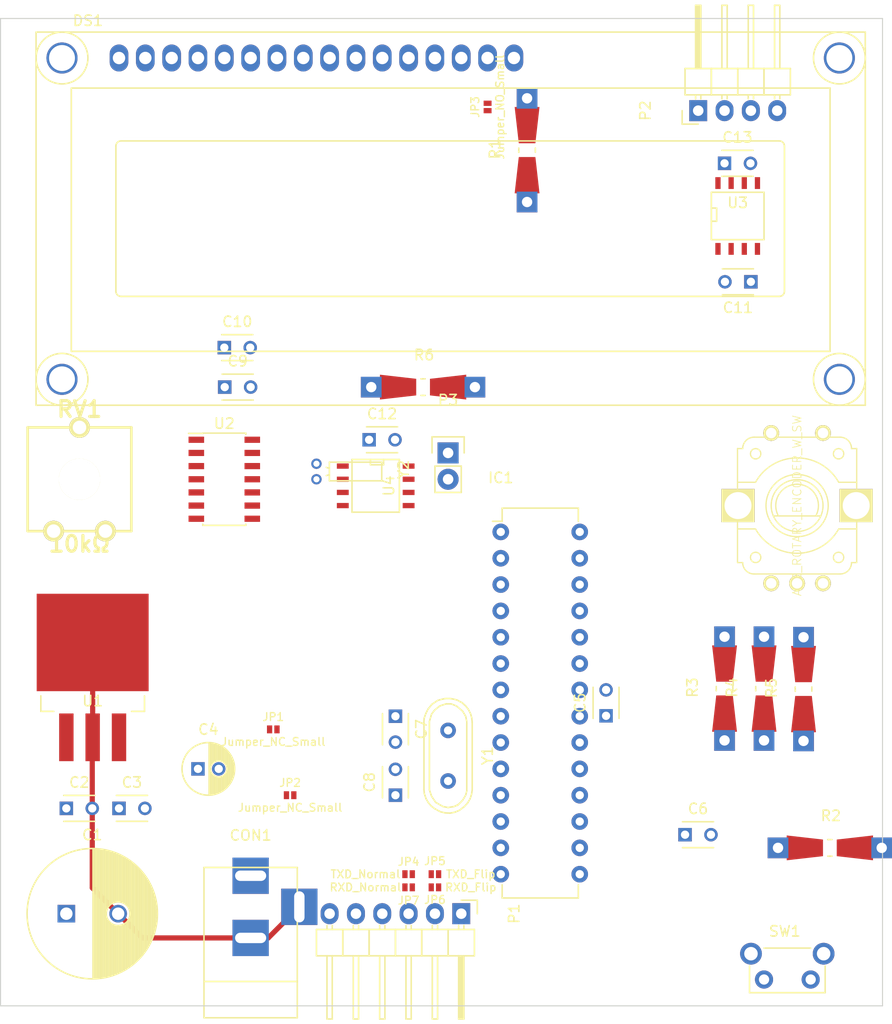
<source format=kicad_pcb>
(kicad_pcb (version 4) (host pcbnew 4.0.5)

  (general
    (links 118)
    (no_connects 113)
    (area 101.549999 34.239999 186.740001 129.590001)
    (thickness 1.6)
    (drawings 4)
    (tracks 9)
    (zones 0)
    (modules 41)
    (nets 40)
  )

  (page A4)
  (title_block
    (title "I2C Bus Programmer")
    (date 2016-12-29)
    (rev A)
    (company "S. Rosman")
  )

  (layers
    (0 F.Cu signal)
    (31 B.Cu signal)
    (32 B.Adhes user)
    (33 F.Adhes user)
    (34 B.Paste user)
    (35 F.Paste user)
    (36 B.SilkS user)
    (37 F.SilkS user)
    (38 B.Mask user)
    (39 F.Mask user)
    (40 Dwgs.User user)
    (41 Cmts.User user)
    (42 Eco1.User user)
    (43 Eco2.User user)
    (44 Edge.Cuts user)
    (45 Margin user)
    (46 B.CrtYd user)
    (47 F.CrtYd user)
    (48 B.Fab user)
    (49 F.Fab user)
  )

  (setup
    (last_trace_width 0.25)
    (user_trace_width 0.25)
    (user_trace_width 0.5)
    (trace_clearance 0.25)
    (zone_clearance 0.508)
    (zone_45_only no)
    (trace_min 0.25)
    (segment_width 0.2)
    (edge_width 0.1)
    (via_size 0.6)
    (via_drill 0.4)
    (via_min_size 0.4)
    (via_min_drill 0.3)
    (uvia_size 0.3)
    (uvia_drill 0.1)
    (uvias_allowed no)
    (uvia_min_size 0.2)
    (uvia_min_drill 0.1)
    (pcb_text_width 0.3)
    (pcb_text_size 1.5 1.5)
    (mod_edge_width 0.15)
    (mod_text_size 1 1)
    (mod_text_width 0.15)
    (pad_size 1.5 1.5)
    (pad_drill 0.6)
    (pad_to_mask_clearance 0)
    (aux_axis_origin 0 0)
    (visible_elements FFFFEF7F)
    (pcbplotparams
      (layerselection 0x00030_80000001)
      (usegerberextensions false)
      (excludeedgelayer true)
      (linewidth 0.100000)
      (plotframeref false)
      (viasonmask false)
      (mode 1)
      (useauxorigin false)
      (hpglpennumber 1)
      (hpglpenspeed 20)
      (hpglpendiameter 15)
      (hpglpenoverlay 2)
      (psnegative false)
      (psa4output false)
      (plotreference true)
      (plotvalue true)
      (plotinvisibletext false)
      (padsonsilk false)
      (subtractmaskfromsilk false)
      (outputformat 1)
      (mirror false)
      (drillshape 1)
      (scaleselection 1)
      (outputdirectory ""))
  )

  (net 0 "")
  (net 1 GNDPWR)
  (net 2 +12V)
  (net 3 "Net-(C3-Pad1)")
  (net 4 +5V)
  (net 5 GNDA)
  (net 6 "Net-(DS1-Pad3)")
  (net 7 "Net-(DS1-Pad15)")
  (net 8 "Net-(C5-Pad1)")
  (net 9 "Net-(ROT_ENC1-Pad7)")
  (net 10 RXD)
  (net 11 TXD)
  (net 12 /DTR)
  (net 13 /TXO)
  (net 14 /RXI)
  (net 15 SDA)
  (net 16 SCL)
  (net 17 "Net-(P3-Pad1)")
  (net 18 SDA_Ext)
  (net 19 SCL_Ext)
  (net 20 SDA_Rtc)
  (net 21 SCL_Rtc)
  (net 22 "Net-(U4-Pad2)")
  (net 23 "Net-(U4-Pad1)")
  (net 24 Reset)
  (net 25 XTAL1)
  (net 26 XTAL2)
  (net 27 Lcd_RS)
  (net 28 Lcd_E)
  (net 29 Lcd_D4)
  (net 30 Lcd_D5)
  (net 31 Lcd_D6)
  (net 32 Lcd_D7)
  (net 33 Rot_Button)
  (net 34 RotEnc1)
  (net 35 RotEnc2)
  (net 36 VCC_Iso)
  (net 37 GND_Iso)
  (net 38 SDA_Iso)
  (net 39 SCL_Iso)

  (net_class Default "This is the default net class."
    (clearance 0.25)
    (trace_width 0.25)
    (via_dia 0.6)
    (via_drill 0.4)
    (uvia_dia 0.3)
    (uvia_drill 0.1)
    (add_net +12V)
    (add_net +5V)
    (add_net /DTR)
    (add_net /RXI)
    (add_net /TXO)
    (add_net GNDA)
    (add_net GNDPWR)
    (add_net GND_Iso)
    (add_net Lcd_D4)
    (add_net Lcd_D5)
    (add_net Lcd_D6)
    (add_net Lcd_D7)
    (add_net Lcd_E)
    (add_net Lcd_RS)
    (add_net "Net-(C3-Pad1)")
    (add_net "Net-(C5-Pad1)")
    (add_net "Net-(DS1-Pad15)")
    (add_net "Net-(DS1-Pad3)")
    (add_net "Net-(P3-Pad1)")
    (add_net "Net-(ROT_ENC1-Pad7)")
    (add_net "Net-(U4-Pad1)")
    (add_net "Net-(U4-Pad2)")
    (add_net RXD)
    (add_net Reset)
    (add_net RotEnc1)
    (add_net RotEnc2)
    (add_net Rot_Button)
    (add_net SCL)
    (add_net SCL_Ext)
    (add_net SCL_Iso)
    (add_net SCL_Rtc)
    (add_net SDA)
    (add_net SDA_Ext)
    (add_net SDA_Iso)
    (add_net SDA_Rtc)
    (add_net TXD)
    (add_net VCC_Iso)
    (add_net XTAL1)
    (add_net XTAL2)
  )

  (module Capacitors_THT:C_Radial_D12.5_L25_P5 (layer F.Cu) (tedit 0) (tstamp 58654F44)
    (at 107.95 120.65)
    (descr "Radial Electrolytic Capacitor Diameter 12.5mm x Length 25mm, Pitch 5mm")
    (tags "Electrolytic Capacitor")
    (path /585EA847)
    (fp_text reference C1 (at 2.5 -7.6) (layer F.SilkS)
      (effects (font (size 1 1) (thickness 0.15)))
    )
    (fp_text value 2200μF (at 2.5 7.6) (layer F.Fab)
      (effects (font (size 1 1) (thickness 0.15)))
    )
    (fp_line (start 2.575 -6.25) (end 2.575 6.25) (layer F.SilkS) (width 0.15))
    (fp_line (start 2.715 -6.246) (end 2.715 6.246) (layer F.SilkS) (width 0.15))
    (fp_line (start 2.855 -6.24) (end 2.855 6.24) (layer F.SilkS) (width 0.15))
    (fp_line (start 2.995 -6.23) (end 2.995 6.23) (layer F.SilkS) (width 0.15))
    (fp_line (start 3.135 -6.218) (end 3.135 6.218) (layer F.SilkS) (width 0.15))
    (fp_line (start 3.275 -6.202) (end 3.275 6.202) (layer F.SilkS) (width 0.15))
    (fp_line (start 3.415 -6.183) (end 3.415 6.183) (layer F.SilkS) (width 0.15))
    (fp_line (start 3.555 -6.16) (end 3.555 6.16) (layer F.SilkS) (width 0.15))
    (fp_line (start 3.695 -6.135) (end 3.695 6.135) (layer F.SilkS) (width 0.15))
    (fp_line (start 3.835 -6.106) (end 3.835 6.106) (layer F.SilkS) (width 0.15))
    (fp_line (start 3.975 -6.073) (end 3.975 -0.521) (layer F.SilkS) (width 0.15))
    (fp_line (start 3.975 0.521) (end 3.975 6.073) (layer F.SilkS) (width 0.15))
    (fp_line (start 4.115 -6.038) (end 4.115 -0.734) (layer F.SilkS) (width 0.15))
    (fp_line (start 4.115 0.734) (end 4.115 6.038) (layer F.SilkS) (width 0.15))
    (fp_line (start 4.255 -5.999) (end 4.255 -0.876) (layer F.SilkS) (width 0.15))
    (fp_line (start 4.255 0.876) (end 4.255 5.999) (layer F.SilkS) (width 0.15))
    (fp_line (start 4.395 -5.956) (end 4.395 -0.978) (layer F.SilkS) (width 0.15))
    (fp_line (start 4.395 0.978) (end 4.395 5.956) (layer F.SilkS) (width 0.15))
    (fp_line (start 4.535 -5.909) (end 4.535 -1.052) (layer F.SilkS) (width 0.15))
    (fp_line (start 4.535 1.052) (end 4.535 5.909) (layer F.SilkS) (width 0.15))
    (fp_line (start 4.675 -5.859) (end 4.675 -1.103) (layer F.SilkS) (width 0.15))
    (fp_line (start 4.675 1.103) (end 4.675 5.859) (layer F.SilkS) (width 0.15))
    (fp_line (start 4.815 -5.805) (end 4.815 -1.135) (layer F.SilkS) (width 0.15))
    (fp_line (start 4.815 1.135) (end 4.815 5.805) (layer F.SilkS) (width 0.15))
    (fp_line (start 4.955 -5.748) (end 4.955 -1.149) (layer F.SilkS) (width 0.15))
    (fp_line (start 4.955 1.149) (end 4.955 5.748) (layer F.SilkS) (width 0.15))
    (fp_line (start 5.095 -5.686) (end 5.095 -1.146) (layer F.SilkS) (width 0.15))
    (fp_line (start 5.095 1.146) (end 5.095 5.686) (layer F.SilkS) (width 0.15))
    (fp_line (start 5.235 -5.62) (end 5.235 -1.126) (layer F.SilkS) (width 0.15))
    (fp_line (start 5.235 1.126) (end 5.235 5.62) (layer F.SilkS) (width 0.15))
    (fp_line (start 5.375 -5.549) (end 5.375 -1.087) (layer F.SilkS) (width 0.15))
    (fp_line (start 5.375 1.087) (end 5.375 5.549) (layer F.SilkS) (width 0.15))
    (fp_line (start 5.515 -5.475) (end 5.515 -1.028) (layer F.SilkS) (width 0.15))
    (fp_line (start 5.515 1.028) (end 5.515 5.475) (layer F.SilkS) (width 0.15))
    (fp_line (start 5.655 -5.395) (end 5.655 -0.945) (layer F.SilkS) (width 0.15))
    (fp_line (start 5.655 0.945) (end 5.655 5.395) (layer F.SilkS) (width 0.15))
    (fp_line (start 5.795 -5.311) (end 5.795 -0.831) (layer F.SilkS) (width 0.15))
    (fp_line (start 5.795 0.831) (end 5.795 5.311) (layer F.SilkS) (width 0.15))
    (fp_line (start 5.935 -5.221) (end 5.935 -0.67) (layer F.SilkS) (width 0.15))
    (fp_line (start 5.935 0.67) (end 5.935 5.221) (layer F.SilkS) (width 0.15))
    (fp_line (start 6.075 -5.127) (end 6.075 -0.409) (layer F.SilkS) (width 0.15))
    (fp_line (start 6.075 0.409) (end 6.075 5.127) (layer F.SilkS) (width 0.15))
    (fp_line (start 6.215 -5.026) (end 6.215 5.026) (layer F.SilkS) (width 0.15))
    (fp_line (start 6.355 -4.919) (end 6.355 4.919) (layer F.SilkS) (width 0.15))
    (fp_line (start 6.495 -4.807) (end 6.495 4.807) (layer F.SilkS) (width 0.15))
    (fp_line (start 6.635 -4.687) (end 6.635 4.687) (layer F.SilkS) (width 0.15))
    (fp_line (start 6.775 -4.559) (end 6.775 4.559) (layer F.SilkS) (width 0.15))
    (fp_line (start 6.915 -4.424) (end 6.915 4.424) (layer F.SilkS) (width 0.15))
    (fp_line (start 7.055 -4.28) (end 7.055 4.28) (layer F.SilkS) (width 0.15))
    (fp_line (start 7.195 -4.125) (end 7.195 4.125) (layer F.SilkS) (width 0.15))
    (fp_line (start 7.335 -3.96) (end 7.335 3.96) (layer F.SilkS) (width 0.15))
    (fp_line (start 7.475 -3.783) (end 7.475 3.783) (layer F.SilkS) (width 0.15))
    (fp_line (start 7.615 -3.592) (end 7.615 3.592) (layer F.SilkS) (width 0.15))
    (fp_line (start 7.755 -3.383) (end 7.755 3.383) (layer F.SilkS) (width 0.15))
    (fp_line (start 7.895 -3.155) (end 7.895 3.155) (layer F.SilkS) (width 0.15))
    (fp_line (start 8.035 -2.903) (end 8.035 2.903) (layer F.SilkS) (width 0.15))
    (fp_line (start 8.175 -2.619) (end 8.175 2.619) (layer F.SilkS) (width 0.15))
    (fp_line (start 8.315 -2.291) (end 8.315 2.291) (layer F.SilkS) (width 0.15))
    (fp_line (start 8.455 -1.897) (end 8.455 1.897) (layer F.SilkS) (width 0.15))
    (fp_line (start 8.595 -1.383) (end 8.595 1.383) (layer F.SilkS) (width 0.15))
    (fp_line (start 8.735 -0.433) (end 8.735 0.433) (layer F.SilkS) (width 0.15))
    (fp_circle (center 5 0) (end 5 -1.15) (layer F.SilkS) (width 0.15))
    (fp_circle (center 2.5 0) (end 2.5 -6.2875) (layer F.SilkS) (width 0.15))
    (fp_circle (center 2.5 0) (end 2.5 -6.6) (layer F.CrtYd) (width 0.05))
    (pad 2 thru_hole circle (at 5 0) (size 1.7 1.7) (drill 1.2) (layers *.Cu *.Mask)
      (net 1 GNDPWR))
    (pad 1 thru_hole rect (at 0 0) (size 1.7 1.7) (drill 1.2) (layers *.Cu *.Mask)
      (net 2 +12V))
    (model Capacitors_ThroughHole.3dshapes/C_Radial_D12.5_L25_P5.wrl
      (at (xyz 0 0 0))
      (scale (xyz 1 1 1))
      (rotate (xyz 0 0 0))
    )
  )

  (module Capacitors_THT:C_Disc_D3_P2.5 (layer F.Cu) (tedit 0) (tstamp 58654F4A)
    (at 107.95 110.49)
    (descr "Capacitor 3mm Disc, Pitch 2.5mm")
    (tags Capacitor)
    (path /585EA7CD)
    (fp_text reference C2 (at 1.25 -2.5) (layer F.SilkS)
      (effects (font (size 1 1) (thickness 0.15)))
    )
    (fp_text value 0.1μF (at 1.25 2.5) (layer F.Fab)
      (effects (font (size 1 1) (thickness 0.15)))
    )
    (fp_line (start -0.9 -1.5) (end 3.4 -1.5) (layer F.CrtYd) (width 0.05))
    (fp_line (start 3.4 -1.5) (end 3.4 1.5) (layer F.CrtYd) (width 0.05))
    (fp_line (start 3.4 1.5) (end -0.9 1.5) (layer F.CrtYd) (width 0.05))
    (fp_line (start -0.9 1.5) (end -0.9 -1.5) (layer F.CrtYd) (width 0.05))
    (fp_line (start -0.25 -1.25) (end 2.75 -1.25) (layer F.SilkS) (width 0.15))
    (fp_line (start 2.75 1.25) (end -0.25 1.25) (layer F.SilkS) (width 0.15))
    (pad 1 thru_hole rect (at 0 0) (size 1.3 1.3) (drill 0.8) (layers *.Cu *.Mask)
      (net 2 +12V))
    (pad 2 thru_hole circle (at 2.5 0) (size 1.3 1.3) (drill 0.8001) (layers *.Cu *.Mask)
      (net 1 GNDPWR))
    (model Capacitors_ThroughHole.3dshapes/C_Disc_D3_P2.5.wrl
      (at (xyz 0.0492126 0 0))
      (scale (xyz 1 1 1))
      (rotate (xyz 0 0 0))
    )
  )

  (module Capacitors_THT:C_Disc_D3_P2.5 (layer F.Cu) (tedit 0) (tstamp 58654F50)
    (at 113.03 110.49)
    (descr "Capacitor 3mm Disc, Pitch 2.5mm")
    (tags Capacitor)
    (path /585EA80E)
    (fp_text reference C3 (at 1.25 -2.5) (layer F.SilkS)
      (effects (font (size 1 1) (thickness 0.15)))
    )
    (fp_text value 0.1μF (at 1.25 2.5) (layer F.Fab)
      (effects (font (size 1 1) (thickness 0.15)))
    )
    (fp_line (start -0.9 -1.5) (end 3.4 -1.5) (layer F.CrtYd) (width 0.05))
    (fp_line (start 3.4 -1.5) (end 3.4 1.5) (layer F.CrtYd) (width 0.05))
    (fp_line (start 3.4 1.5) (end -0.9 1.5) (layer F.CrtYd) (width 0.05))
    (fp_line (start -0.9 1.5) (end -0.9 -1.5) (layer F.CrtYd) (width 0.05))
    (fp_line (start -0.25 -1.25) (end 2.75 -1.25) (layer F.SilkS) (width 0.15))
    (fp_line (start 2.75 1.25) (end -0.25 1.25) (layer F.SilkS) (width 0.15))
    (pad 1 thru_hole rect (at 0 0) (size 1.3 1.3) (drill 0.8) (layers *.Cu *.Mask)
      (net 3 "Net-(C3-Pad1)"))
    (pad 2 thru_hole circle (at 2.5 0) (size 1.3 1.3) (drill 0.8001) (layers *.Cu *.Mask)
      (net 1 GNDPWR))
    (model Capacitors_ThroughHole.3dshapes/C_Disc_D3_P2.5.wrl
      (at (xyz 0.0492126 0 0))
      (scale (xyz 1 1 1))
      (rotate (xyz 0 0 0))
    )
  )

  (module Capacitors_THT:C_Radial_D5_L11_P2 (layer F.Cu) (tedit 0) (tstamp 58654F56)
    (at 120.65 106.68)
    (descr "Radial Electrolytic Capacitor 5mm x Length 11mm, Pitch 2mm")
    (tags "Electrolytic Capacitor")
    (path /585EA893)
    (fp_text reference C4 (at 1 -3.8) (layer F.SilkS)
      (effects (font (size 1 1) (thickness 0.15)))
    )
    (fp_text value 10μF (at 1 3.8) (layer F.Fab)
      (effects (font (size 1 1) (thickness 0.15)))
    )
    (fp_line (start 1.075 -2.499) (end 1.075 2.499) (layer F.SilkS) (width 0.15))
    (fp_line (start 1.215 -2.491) (end 1.215 -0.154) (layer F.SilkS) (width 0.15))
    (fp_line (start 1.215 0.154) (end 1.215 2.491) (layer F.SilkS) (width 0.15))
    (fp_line (start 1.355 -2.475) (end 1.355 -0.473) (layer F.SilkS) (width 0.15))
    (fp_line (start 1.355 0.473) (end 1.355 2.475) (layer F.SilkS) (width 0.15))
    (fp_line (start 1.495 -2.451) (end 1.495 -0.62) (layer F.SilkS) (width 0.15))
    (fp_line (start 1.495 0.62) (end 1.495 2.451) (layer F.SilkS) (width 0.15))
    (fp_line (start 1.635 -2.418) (end 1.635 -0.712) (layer F.SilkS) (width 0.15))
    (fp_line (start 1.635 0.712) (end 1.635 2.418) (layer F.SilkS) (width 0.15))
    (fp_line (start 1.775 -2.377) (end 1.775 -0.768) (layer F.SilkS) (width 0.15))
    (fp_line (start 1.775 0.768) (end 1.775 2.377) (layer F.SilkS) (width 0.15))
    (fp_line (start 1.915 -2.327) (end 1.915 -0.795) (layer F.SilkS) (width 0.15))
    (fp_line (start 1.915 0.795) (end 1.915 2.327) (layer F.SilkS) (width 0.15))
    (fp_line (start 2.055 -2.266) (end 2.055 -0.798) (layer F.SilkS) (width 0.15))
    (fp_line (start 2.055 0.798) (end 2.055 2.266) (layer F.SilkS) (width 0.15))
    (fp_line (start 2.195 -2.196) (end 2.195 -0.776) (layer F.SilkS) (width 0.15))
    (fp_line (start 2.195 0.776) (end 2.195 2.196) (layer F.SilkS) (width 0.15))
    (fp_line (start 2.335 -2.114) (end 2.335 -0.726) (layer F.SilkS) (width 0.15))
    (fp_line (start 2.335 0.726) (end 2.335 2.114) (layer F.SilkS) (width 0.15))
    (fp_line (start 2.475 -2.019) (end 2.475 -0.644) (layer F.SilkS) (width 0.15))
    (fp_line (start 2.475 0.644) (end 2.475 2.019) (layer F.SilkS) (width 0.15))
    (fp_line (start 2.615 -1.908) (end 2.615 -0.512) (layer F.SilkS) (width 0.15))
    (fp_line (start 2.615 0.512) (end 2.615 1.908) (layer F.SilkS) (width 0.15))
    (fp_line (start 2.755 -1.78) (end 2.755 -0.265) (layer F.SilkS) (width 0.15))
    (fp_line (start 2.755 0.265) (end 2.755 1.78) (layer F.SilkS) (width 0.15))
    (fp_line (start 2.895 -1.631) (end 2.895 1.631) (layer F.SilkS) (width 0.15))
    (fp_line (start 3.035 -1.452) (end 3.035 1.452) (layer F.SilkS) (width 0.15))
    (fp_line (start 3.175 -1.233) (end 3.175 1.233) (layer F.SilkS) (width 0.15))
    (fp_line (start 3.315 -0.944) (end 3.315 0.944) (layer F.SilkS) (width 0.15))
    (fp_line (start 3.455 -0.472) (end 3.455 0.472) (layer F.SilkS) (width 0.15))
    (fp_circle (center 2 0) (end 2 -0.8) (layer F.SilkS) (width 0.15))
    (fp_circle (center 1 0) (end 1 -2.5375) (layer F.SilkS) (width 0.15))
    (fp_circle (center 1 0) (end 1 -2.8) (layer F.CrtYd) (width 0.05))
    (pad 1 thru_hole rect (at 0 0) (size 1.3 1.3) (drill 0.8) (layers *.Cu *.Mask)
      (net 3 "Net-(C3-Pad1)"))
    (pad 2 thru_hole circle (at 2 0) (size 1.3 1.3) (drill 0.8) (layers *.Cu *.Mask)
      (net 1 GNDPWR))
    (model Capacitors_ThroughHole.3dshapes/C_Radial_D5_L11_P2.wrl
      (at (xyz 0 0 0))
      (scale (xyz 1 1 1))
      (rotate (xyz 0 0 0))
    )
  )

  (module Connectors:BARREL_JACK (layer F.Cu) (tedit 0) (tstamp 58654F5D)
    (at 125.73 123.19 90)
    (descr "DC Barrel Jack")
    (tags "Power Jack")
    (path /585EA65F)
    (fp_text reference CON1 (at 10.09904 0 180) (layer F.SilkS)
      (effects (font (size 1 1) (thickness 0.15)))
    )
    (fp_text value BARREL_JACK (at 0 -5.99948 90) (layer F.Fab)
      (effects (font (size 1 1) (thickness 0.15)))
    )
    (fp_line (start -4.0005 -4.50088) (end -4.0005 4.50088) (layer F.SilkS) (width 0.15))
    (fp_line (start -7.50062 -4.50088) (end -7.50062 4.50088) (layer F.SilkS) (width 0.15))
    (fp_line (start -7.50062 4.50088) (end 7.00024 4.50088) (layer F.SilkS) (width 0.15))
    (fp_line (start 7.00024 4.50088) (end 7.00024 -4.50088) (layer F.SilkS) (width 0.15))
    (fp_line (start 7.00024 -4.50088) (end -7.50062 -4.50088) (layer F.SilkS) (width 0.15))
    (pad 1 thru_hole rect (at 6.20014 0 90) (size 3.50012 3.50012) (drill oval 1.00076 2.99974) (layers *.Cu *.Mask)
      (net 2 +12V))
    (pad 2 thru_hole rect (at 0.20066 0 90) (size 3.50012 3.50012) (drill oval 1.00076 2.99974) (layers *.Cu *.Mask)
      (net 1 GNDPWR))
    (pad 3 thru_hole rect (at 3.2004 4.699 90) (size 3.50012 3.50012) (drill oval 2.99974 1.00076) (layers *.Cu *.Mask)
      (net 1 GNDPWR))
  )

  (module Housings_DIP:DIP-28_W7.62mm (layer F.Cu) (tedit 54130A77) (tstamp 58654F7D)
    (at 149.86 83.82)
    (descr "28-lead dip package, row spacing 7.62 mm (300 mils)")
    (tags "dil dip 2.54 300")
    (path /58643318)
    (fp_text reference IC1 (at 0 -5.22) (layer F.SilkS)
      (effects (font (size 1 1) (thickness 0.15)))
    )
    (fp_text value ATMEGA328P-P (at 0 -3.72) (layer F.Fab)
      (effects (font (size 1 1) (thickness 0.15)))
    )
    (fp_line (start -1.05 -2.45) (end -1.05 35.5) (layer F.CrtYd) (width 0.05))
    (fp_line (start 8.65 -2.45) (end 8.65 35.5) (layer F.CrtYd) (width 0.05))
    (fp_line (start -1.05 -2.45) (end 8.65 -2.45) (layer F.CrtYd) (width 0.05))
    (fp_line (start -1.05 35.5) (end 8.65 35.5) (layer F.CrtYd) (width 0.05))
    (fp_line (start 0.135 -2.295) (end 0.135 -1.025) (layer F.SilkS) (width 0.15))
    (fp_line (start 7.485 -2.295) (end 7.485 -1.025) (layer F.SilkS) (width 0.15))
    (fp_line (start 7.485 35.315) (end 7.485 34.045) (layer F.SilkS) (width 0.15))
    (fp_line (start 0.135 35.315) (end 0.135 34.045) (layer F.SilkS) (width 0.15))
    (fp_line (start 0.135 -2.295) (end 7.485 -2.295) (layer F.SilkS) (width 0.15))
    (fp_line (start 0.135 35.315) (end 7.485 35.315) (layer F.SilkS) (width 0.15))
    (fp_line (start 0.135 -1.025) (end -0.8 -1.025) (layer F.SilkS) (width 0.15))
    (pad 1 thru_hole oval (at 0 0) (size 1.6 1.6) (drill 0.8) (layers *.Cu *.Mask)
      (net 24 Reset))
    (pad 2 thru_hole oval (at 0 2.54) (size 1.6 1.6) (drill 0.8) (layers *.Cu *.Mask)
      (net 10 RXD))
    (pad 3 thru_hole oval (at 0 5.08) (size 1.6 1.6) (drill 0.8) (layers *.Cu *.Mask)
      (net 11 TXD))
    (pad 4 thru_hole oval (at 0 7.62) (size 1.6 1.6) (drill 0.8) (layers *.Cu *.Mask)
      (net 32 Lcd_D7))
    (pad 5 thru_hole oval (at 0 10.16) (size 1.6 1.6) (drill 0.8) (layers *.Cu *.Mask)
      (net 31 Lcd_D6))
    (pad 6 thru_hole oval (at 0 12.7) (size 1.6 1.6) (drill 0.8) (layers *.Cu *.Mask)
      (net 30 Lcd_D5))
    (pad 7 thru_hole oval (at 0 15.24) (size 1.6 1.6) (drill 0.8) (layers *.Cu *.Mask)
      (net 4 +5V))
    (pad 8 thru_hole oval (at 0 17.78) (size 1.6 1.6) (drill 0.8) (layers *.Cu *.Mask)
      (net 5 GNDA))
    (pad 9 thru_hole oval (at 0 20.32) (size 1.6 1.6) (drill 0.8) (layers *.Cu *.Mask)
      (net 25 XTAL1))
    (pad 10 thru_hole oval (at 0 22.86) (size 1.6 1.6) (drill 0.8) (layers *.Cu *.Mask)
      (net 26 XTAL2))
    (pad 11 thru_hole oval (at 0 25.4) (size 1.6 1.6) (drill 0.8) (layers *.Cu *.Mask)
      (net 29 Lcd_D4))
    (pad 12 thru_hole oval (at 0 27.94) (size 1.6 1.6) (drill 0.8) (layers *.Cu *.Mask))
    (pad 13 thru_hole oval (at 0 30.48) (size 1.6 1.6) (drill 0.8) (layers *.Cu *.Mask))
    (pad 14 thru_hole oval (at 0 33.02) (size 1.6 1.6) (drill 0.8) (layers *.Cu *.Mask))
    (pad 15 thru_hole oval (at 7.62 33.02) (size 1.6 1.6) (drill 0.8) (layers *.Cu *.Mask))
    (pad 16 thru_hole oval (at 7.62 30.48) (size 1.6 1.6) (drill 0.8) (layers *.Cu *.Mask))
    (pad 17 thru_hole oval (at 7.62 27.94) (size 1.6 1.6) (drill 0.8) (layers *.Cu *.Mask)
      (net 28 Lcd_E))
    (pad 18 thru_hole oval (at 7.62 25.4) (size 1.6 1.6) (drill 0.8) (layers *.Cu *.Mask)
      (net 27 Lcd_RS))
    (pad 19 thru_hole oval (at 7.62 22.86) (size 1.6 1.6) (drill 0.8) (layers *.Cu *.Mask))
    (pad 20 thru_hole oval (at 7.62 20.32) (size 1.6 1.6) (drill 0.8) (layers *.Cu *.Mask)
      (net 4 +5V))
    (pad 21 thru_hole oval (at 7.62 17.78) (size 1.6 1.6) (drill 0.8) (layers *.Cu *.Mask)
      (net 8 "Net-(C5-Pad1)"))
    (pad 22 thru_hole oval (at 7.62 15.24) (size 1.6 1.6) (drill 0.8) (layers *.Cu *.Mask)
      (net 5 GNDA))
    (pad 23 thru_hole oval (at 7.62 12.7) (size 1.6 1.6) (drill 0.8) (layers *.Cu *.Mask)
      (net 33 Rot_Button))
    (pad 24 thru_hole oval (at 7.62 10.16) (size 1.6 1.6) (drill 0.8) (layers *.Cu *.Mask)
      (net 34 RotEnc1))
    (pad 25 thru_hole oval (at 7.62 7.62) (size 1.6 1.6) (drill 0.8) (layers *.Cu *.Mask)
      (net 35 RotEnc2))
    (pad 26 thru_hole oval (at 7.62 5.08) (size 1.6 1.6) (drill 0.8) (layers *.Cu *.Mask))
    (pad 27 thru_hole oval (at 7.62 2.54) (size 1.6 1.6) (drill 0.8) (layers *.Cu *.Mask)
      (net 15 SDA))
    (pad 28 thru_hole oval (at 7.62 0) (size 1.6 1.6) (drill 0.8) (layers *.Cu *.Mask)
      (net 16 SCL))
    (model Housings_DIP.3dshapes/DIP-28_W7.62mm.wrl
      (at (xyz 0 0 0))
      (scale (xyz 1 1 1))
      (rotate (xyz 0 0 0))
    )
  )

  (module TO_SOT_Packages_SMD:TO-263-3Lead (layer F.Cu) (tedit 56544103) (tstamp 58654F91)
    (at 110.49 99.06 90)
    (descr "D2PAK / TO-263 3-lead smd package")
    (tags "D2PAK D2PAK-3 TO-263AB TO-263")
    (path /58654727)
    (attr smd)
    (fp_text reference U1 (at -1.075 0 180) (layer F.SilkS)
      (effects (font (size 1 1) (thickness 0.15)))
    )
    (fp_text value LM7805CT (at 10.675 -0.25 180) (layer F.Fab)
      (effects (font (size 1 1) (thickness 0.15)))
    )
    (fp_line (start 9.55 5.65) (end -7.15 5.65) (layer F.CrtYd) (width 0.05))
    (fp_line (start 9.55 -5.65) (end 9.55 5.65) (layer F.CrtYd) (width 0.05))
    (fp_line (start 9.55 -5.65) (end -7.15 -5.65) (layer F.CrtYd) (width 0.05))
    (fp_line (start -7.15 -5.65) (end -7.15 5.65) (layer F.CrtYd) (width 0.05))
    (fp_line (start -2.075 5) (end -2.075 3.75) (layer F.SilkS) (width 0.15))
    (fp_line (start -2.075 5) (end -0.575 5) (layer F.SilkS) (width 0.15))
    (fp_line (start -2.075 -5) (end -0.575 -5) (layer F.SilkS) (width 0.15))
    (fp_line (start -2.075 -5) (end -2.075 -3.75) (layer F.SilkS) (width 0.15))
    (pad 2 smd rect (at -4.575 0 90) (size 4.6 1.39) (layers F.Cu F.Paste F.Mask)
      (net 1 GNDPWR))
    (pad 2 smd rect (at 4.575 0 90) (size 9.4 10.8) (layers F.Cu F.Paste F.Mask)
      (net 1 GNDPWR))
    (pad 3 smd rect (at -4.575 2.54 90) (size 4.6 1.39) (layers F.Cu F.Paste F.Mask)
      (net 3 "Net-(C3-Pad1)"))
    (pad 1 smd rect (at -4.575 -2.54 90) (size 4.6 1.39) (layers F.Cu F.Paste F.Mask)
      (net 2 +12V))
    (model TO_SOT_Packages_SMD.3dshapes/TO-263-3Lead.wrl
      (at (xyz 0 0 0))
      (scale (xyz 1 1 1))
      (rotate (xyz 0 0 90))
    )
  )

  (module Displays:WC1602A (layer F.Cu) (tedit 0) (tstamp 58691DA1)
    (at 113.03 38.1)
    (descr http://www.kamami.pl/dl/wc1602a0.pdf)
    (tags "LCD 16x2 Alphanumeric 16pin")
    (path /58691B06)
    (fp_text reference DS1 (at -2.99974 -3.59918) (layer F.SilkS)
      (effects (font (size 1 1) (thickness 0.15)))
    )
    (fp_text value LCD16X2 (at 31.99892 15.49908) (layer F.Fab)
      (effects (font (size 1 1) (thickness 0.15)))
    )
    (fp_line (start 0.20066 8.001) (end 63.70066 8.001) (layer F.SilkS) (width 0.15))
    (fp_line (start -0.29972 22.49932) (end -0.29972 8.49884) (layer F.SilkS) (width 0.15))
    (fp_line (start 63.70066 22.9997) (end 0.20066 22.9997) (layer F.SilkS) (width 0.15))
    (fp_line (start 64.20104 8.49884) (end 64.20104 22.49932) (layer F.SilkS) (width 0.15))
    (fp_arc (start 63.70066 8.49884) (end 63.70066 8.001) (angle 90) (layer F.SilkS) (width 0.15))
    (fp_arc (start 63.70066 22.49932) (end 64.20104 22.49932) (angle 90) (layer F.SilkS) (width 0.15))
    (fp_arc (start 0.20066 22.49932) (end 0.20066 22.9997) (angle 90) (layer F.SilkS) (width 0.15))
    (fp_arc (start 0.20066 8.49884) (end -0.29972 8.49884) (angle 90) (layer F.SilkS) (width 0.15))
    (fp_line (start -4.59994 2.90068) (end 68.60032 2.90068) (layer F.SilkS) (width 0.15))
    (fp_line (start 68.60032 2.90068) (end 68.60032 28.30068) (layer F.SilkS) (width 0.15))
    (fp_line (start 68.60032 28.30068) (end -4.59994 28.30068) (layer F.SilkS) (width 0.15))
    (fp_line (start -4.59994 28.30068) (end -4.59994 2.90068) (layer F.SilkS) (width 0.15))
    (fp_circle (center 69.49948 0) (end 71.99884 0) (layer F.SilkS) (width 0.15))
    (fp_circle (center 69.49948 31.0007) (end 71.99884 31.0007) (layer F.SilkS) (width 0.15))
    (fp_circle (center -5.4991 31.0007) (end -8.001 31.0007) (layer F.SilkS) (width 0.15))
    (fp_circle (center -5.4991 0) (end -2.99974 0) (layer F.SilkS) (width 0.15))
    (fp_line (start -8.001 -2.49936) (end 71.99884 -2.49936) (layer F.SilkS) (width 0.15))
    (fp_line (start 71.99884 -2.49936) (end 71.99884 33.50006) (layer F.SilkS) (width 0.15))
    (fp_line (start 71.99884 33.50006) (end -8.001 33.50006) (layer F.SilkS) (width 0.15))
    (fp_line (start -8.001 33.50006) (end -8.001 -2.49936) (layer F.SilkS) (width 0.15))
    (pad 1 thru_hole oval (at 0 0) (size 1.8 2.6) (drill 1.2) (layers *.Cu *.Mask)
      (net 5 GNDA))
    (pad 2 thru_hole oval (at 2.54 0) (size 1.8 2.6) (drill 1.2) (layers *.Cu *.Mask)
      (net 4 +5V))
    (pad 3 thru_hole oval (at 5.08 0) (size 1.8 2.6) (drill 1.2) (layers *.Cu *.Mask)
      (net 6 "Net-(DS1-Pad3)"))
    (pad 4 thru_hole oval (at 7.62 0) (size 1.8 2.6) (drill 1.2) (layers *.Cu *.Mask)
      (net 27 Lcd_RS))
    (pad 5 thru_hole oval (at 10.16 0) (size 1.8 2.6) (drill 1.2) (layers *.Cu *.Mask)
      (net 5 GNDA))
    (pad 6 thru_hole oval (at 12.7 0) (size 1.8 2.6) (drill 1.2) (layers *.Cu *.Mask)
      (net 28 Lcd_E))
    (pad 7 thru_hole oval (at 15.24 0) (size 1.8 2.6) (drill 1.2) (layers *.Cu *.Mask))
    (pad 8 thru_hole oval (at 17.78 0) (size 1.8 2.6) (drill 1.2) (layers *.Cu *.Mask))
    (pad 9 thru_hole oval (at 20.32 0) (size 1.8 2.6) (drill 1.2) (layers *.Cu *.Mask))
    (pad 10 thru_hole oval (at 22.86 0) (size 1.8 2.6) (drill 1.2) (layers *.Cu *.Mask))
    (pad 11 thru_hole oval (at 25.4 0) (size 1.8 2.6) (drill 1.2) (layers *.Cu *.Mask)
      (net 29 Lcd_D4))
    (pad 12 thru_hole oval (at 27.94 0) (size 1.8 2.6) (drill 1.2) (layers *.Cu *.Mask)
      (net 30 Lcd_D5))
    (pad 13 thru_hole oval (at 30.48 0) (size 1.8 2.6) (drill 1.2) (layers *.Cu *.Mask)
      (net 31 Lcd_D6))
    (pad 14 thru_hole oval (at 33.02 0) (size 1.8 2.6) (drill 1.2) (layers *.Cu *.Mask)
      (net 32 Lcd_D7))
    (pad 15 thru_hole oval (at 35.56 0) (size 1.8 2.6) (drill 1.2) (layers *.Cu *.Mask)
      (net 7 "Net-(DS1-Pad15)"))
    (pad 16 thru_hole oval (at 38.1 0) (size 1.8 2.6) (drill 1.2) (layers *.Cu *.Mask)
      (net 5 GNDA))
    (pad 0 thru_hole circle (at -5.4991 0) (size 3 3) (drill 2.5) (layers *.Cu *.Mask))
    (pad 0 thru_hole circle (at -5.4991 31.0007) (size 3 3) (drill 2.5) (layers *.Cu *.Mask))
    (pad 0 thru_hole circle (at 69.49948 31.0007) (size 3 3) (drill 2.5) (layers *.Cu *.Mask))
    (pad 0 thru_hole circle (at 69.49948 0) (size 3 3) (drill 2.5) (layers *.Cu *.Mask))
  )

  (module Resistors_Universal:Resistor_SMD+THTuniversal_0805to1206_RM10_HandSoldering (layer F.Cu) (tedit 0) (tstamp 58691DA9)
    (at 152.4 46.99 90)
    (descr "Resistor, SMD and THT, universal, 0805 to 1206,RM10,  Hand soldering,")
    (tags "Resistor, SMD and THT, universal, 0805 to 1206, RM10, Hand soldering,")
    (path /58692DB3)
    (fp_text reference R1 (at 0.09906 -3.0988 90) (layer F.SilkS)
      (effects (font (size 1 1) (thickness 0.15)))
    )
    (fp_text value 220Ω (at -0.39878 4.20116 90) (layer F.Fab)
      (effects (font (size 1 1) (thickness 0.15)))
    )
    (fp_line (start 0 0.8001) (end 0.20066 0.8001) (layer F.SilkS) (width 0.15))
    (fp_line (start 0 0.8001) (end -0.20066 0.8001) (layer F.SilkS) (width 0.15))
    (fp_line (start -0.09906 -0.8001) (end -0.20066 -0.8001) (layer F.SilkS) (width 0.15))
    (fp_line (start -0.20066 -0.8001) (end 0.20066 -0.8001) (layer F.SilkS) (width 0.15))
    (pad 1 smd trapezoid (at -2.413 0 90) (size 3.50012 1.99898) (rect_delta 0.39878 0 ) (layers F.Cu F.Paste F.Mask)
      (net 7 "Net-(DS1-Pad15)"))
    (pad 2 smd trapezoid (at 2.413 0 270) (size 3.50012 1.99898) (rect_delta 0.39878 0 ) (layers F.Cu F.Paste F.Mask)
      (net 4 +5V))
    (pad 1 thru_hole rect (at -5.00126 0 270) (size 1.99898 1.99898) (drill 1.00076) (layers *.Cu *.Mask)
      (net 7 "Net-(DS1-Pad15)"))
    (pad 2 thru_hole rect (at 5.00126 0 270) (size 1.99898 1.99898) (drill 1.00076) (layers *.Cu *.Mask)
      (net 4 +5V))
  )

  (module w_pth_resistors:trimmer_ecp_ca9-v10 (layer F.Cu) (tedit 0) (tstamp 586EBA10)
    (at 109.22 78.74 180)
    (descr "trimmer, ECP CA9 V10")
    (tags trimmer)
    (path /586E8B00)
    (fp_text reference RV1 (at 0 6.74878 180) (layer F.SilkS)
      (effects (font (thickness 0.3048)))
    )
    (fp_text value 10kΩ (at 0 -6.25094 180) (layer F.SilkS)
      (effects (font (thickness 0.3048)))
    )
    (fp_line (start 0.50038 0.24892) (end 0.50038 1.00076) (layer F.SilkS) (width 0.254))
    (fp_line (start 0.50038 1.00076) (end -0.50038 1.00076) (layer F.SilkS) (width 0.254))
    (fp_line (start -0.50038 1.00076) (end -0.50038 0.24892) (layer F.SilkS) (width 0.254))
    (fp_line (start -0.50038 -0.24892) (end -0.50038 -1.00076) (layer F.SilkS) (width 0.254))
    (fp_line (start -0.50038 -1.00076) (end 0.50038 -1.00076) (layer F.SilkS) (width 0.254))
    (fp_line (start 0.50038 -1.00076) (end 0.50038 -0.24892) (layer F.SilkS) (width 0.254))
    (fp_line (start 0.50038 -0.24892) (end 1.00076 -0.24892) (layer F.SilkS) (width 0.254))
    (fp_line (start 1.00076 -0.24892) (end 0.50038 0.24892) (layer F.SilkS) (width 0.254))
    (fp_line (start -0.50038 0.24892) (end -1.00076 -0.24892) (layer F.SilkS) (width 0.254))
    (fp_line (start -1.00076 -0.24892) (end -0.50038 -0.24892) (layer F.SilkS) (width 0.254))
    (fp_circle (center 0 0) (end -1.50114 0) (layer F.SilkS) (width 0.254))
    (fp_line (start -5.00126 -5.00126) (end -5.00126 5.00126) (layer F.SilkS) (width 0.254))
    (fp_line (start -5.00126 5.00126) (end 5.00126 5.00126) (layer F.SilkS) (width 0.254))
    (fp_line (start 5.00126 5.00126) (end 5.00126 -5.00126) (layer F.SilkS) (width 0.254))
    (fp_line (start 5.00126 -5.00126) (end -5.00126 -5.00126) (layer F.SilkS) (width 0.254))
    (pad 1 thru_hole circle (at 2.49936 -5.00126 180) (size 1.99898 1.99898) (drill 1.30048) (layers *.Cu *.Mask F.SilkS)
      (net 4 +5V))
    (pad 2 thru_hole circle (at 0 5.00126 180) (size 1.99898 1.99898) (drill 1.30048) (layers *.Cu *.Mask F.SilkS)
      (net 6 "Net-(DS1-Pad3)"))
    (pad 3 thru_hole circle (at -2.49936 -5.00126 180) (size 1.99898 1.99898) (drill 1.30048) (layers *.Cu *.Mask F.SilkS)
      (net 5 GNDA))
    (pad "" np_thru_hole circle (at 0 0 180) (size 4.0005 4.0005) (drill 4.0005) (layers *.Cu *.Mask F.SilkS))
    (model walter/pth_resistors/trimmer_ecp_ca9-v10.wrl
      (at (xyz 0 0 0))
      (scale (xyz 1 1 1))
      (rotate (xyz 0 0 0))
    )
  )

  (module open-project:S_JUMPER_2 (layer F.Cu) (tedit 514E2FAF) (tstamp 58723859)
    (at 148.59 42.8244 90)
    (path /58724966)
    (fp_text reference JP3 (at 0 -1.2 90) (layer F.SilkS)
      (effects (font (size 0.762 0.762) (thickness 0.127)))
    )
    (fp_text value Jumper_NO_Small (at 0 1.2 90) (layer F.SilkS)
      (effects (font (size 0.762 0.762) (thickness 0.127)))
    )
    (pad 1 smd rect (at -0.3556 0 90) (size 0.508 0.762) (layers F.Cu F.Paste F.Mask)
      (net 7 "Net-(DS1-Pad15)") (clearance 0.2032))
    (pad 2 smd rect (at 0.3556 0 90) (size 0.508 0.762) (layers F.Cu F.Paste F.Mask)
      (net 4 +5V) (clearance 0.2032))
  )

  (module open-project:S_JUMPER_2 (layer F.Cu) (tedit 514E2FAF) (tstamp 5872388C)
    (at 127.9144 102.87)
    (path /58724F87)
    (fp_text reference JP1 (at 0 -1.2) (layer F.SilkS)
      (effects (font (size 0.762 0.762) (thickness 0.127)))
    )
    (fp_text value Jumper_NC_Small (at 0 1.2) (layer F.SilkS)
      (effects (font (size 0.762 0.762) (thickness 0.127)))
    )
    (pad 1 smd rect (at -0.3556 0) (size 0.508 0.762) (layers F.Cu F.Paste F.Mask)
      (net 1 GNDPWR) (clearance 0.2032))
    (pad 2 smd rect (at 0.3556 0) (size 0.508 0.762) (layers F.Cu F.Paste F.Mask)
      (net 5 GNDA) (clearance 0.2032))
  )

  (module open-project:S_JUMPER_2 (layer F.Cu) (tedit 514E2FAF) (tstamp 58723891)
    (at 129.54 109.22)
    (path /58724F27)
    (fp_text reference JP2 (at 0 -1.2) (layer F.SilkS)
      (effects (font (size 0.762 0.762) (thickness 0.127)))
    )
    (fp_text value Jumper_NC_Small (at 0 1.2) (layer F.SilkS)
      (effects (font (size 0.762 0.762) (thickness 0.127)))
    )
    (pad 1 smd rect (at -0.3556 0) (size 0.508 0.762) (layers F.Cu F.Paste F.Mask)
      (net 3 "Net-(C3-Pad1)") (clearance 0.2032))
    (pad 2 smd rect (at 0.3556 0) (size 0.508 0.762) (layers F.Cu F.Paste F.Mask)
      (net 4 +5V) (clearance 0.2032))
  )

  (module Capacitors_THT:C_Disc_D3_P2.5 (layer F.Cu) (tedit 0) (tstamp 58727E32)
    (at 160.02 101.56 90)
    (descr "Capacitor 3mm Disc, Pitch 2.5mm")
    (tags Capacitor)
    (path /58725932)
    (fp_text reference C5 (at 1.25 -2.5 90) (layer F.SilkS)
      (effects (font (size 1 1) (thickness 0.15)))
    )
    (fp_text value 0.1μF (at 1.25 2.5 90) (layer F.Fab)
      (effects (font (size 1 1) (thickness 0.15)))
    )
    (fp_line (start -0.9 -1.5) (end 3.4 -1.5) (layer F.CrtYd) (width 0.05))
    (fp_line (start 3.4 -1.5) (end 3.4 1.5) (layer F.CrtYd) (width 0.05))
    (fp_line (start 3.4 1.5) (end -0.9 1.5) (layer F.CrtYd) (width 0.05))
    (fp_line (start -0.9 1.5) (end -0.9 -1.5) (layer F.CrtYd) (width 0.05))
    (fp_line (start -0.25 -1.25) (end 2.75 -1.25) (layer F.SilkS) (width 0.15))
    (fp_line (start 2.75 1.25) (end -0.25 1.25) (layer F.SilkS) (width 0.15))
    (pad 1 thru_hole rect (at 0 0 90) (size 1.3 1.3) (drill 0.8) (layers *.Cu *.Mask)
      (net 8 "Net-(C5-Pad1)"))
    (pad 2 thru_hole circle (at 2.5 0 90) (size 1.3 1.3) (drill 0.8001) (layers *.Cu *.Mask)
      (net 5 GNDA))
    (model Capacitors_ThroughHole.3dshapes/C_Disc_D3_P2.5.wrl
      (at (xyz 0.0492126 0 0))
      (scale (xyz 1 1 1))
      (rotate (xyz 0 0 0))
    )
  )

  (module Capacitors_THT:C_Disc_D3_P2.5 (layer F.Cu) (tedit 0) (tstamp 58727E38)
    (at 167.64 113.03)
    (descr "Capacitor 3mm Disc, Pitch 2.5mm")
    (tags Capacitor)
    (path /58725D4B)
    (fp_text reference C6 (at 1.25 -2.5) (layer F.SilkS)
      (effects (font (size 1 1) (thickness 0.15)))
    )
    (fp_text value 100nF (at 1.25 2.5) (layer F.Fab)
      (effects (font (size 1 1) (thickness 0.15)))
    )
    (fp_line (start -0.9 -1.5) (end 3.4 -1.5) (layer F.CrtYd) (width 0.05))
    (fp_line (start 3.4 -1.5) (end 3.4 1.5) (layer F.CrtYd) (width 0.05))
    (fp_line (start 3.4 1.5) (end -0.9 1.5) (layer F.CrtYd) (width 0.05))
    (fp_line (start -0.9 1.5) (end -0.9 -1.5) (layer F.CrtYd) (width 0.05))
    (fp_line (start -0.25 -1.25) (end 2.75 -1.25) (layer F.SilkS) (width 0.15))
    (fp_line (start 2.75 1.25) (end -0.25 1.25) (layer F.SilkS) (width 0.15))
    (pad 1 thru_hole rect (at 0 0) (size 1.3 1.3) (drill 0.8) (layers *.Cu *.Mask)
      (net 24 Reset))
    (pad 2 thru_hole circle (at 2.5 0) (size 1.3 1.3) (drill 0.8001) (layers *.Cu *.Mask)
      (net 12 /DTR))
    (model Capacitors_ThroughHole.3dshapes/C_Disc_D3_P2.5.wrl
      (at (xyz 0.0492126 0 0))
      (scale (xyz 1 1 1))
      (rotate (xyz 0 0 0))
    )
  )

  (module Capacitors_THT:C_Disc_D3_P2.5 (layer F.Cu) (tedit 0) (tstamp 58727E3E)
    (at 139.7 101.6 270)
    (descr "Capacitor 3mm Disc, Pitch 2.5mm")
    (tags Capacitor)
    (path /58726E3C)
    (fp_text reference C7 (at 1.25 -2.5 270) (layer F.SilkS)
      (effects (font (size 1 1) (thickness 0.15)))
    )
    (fp_text value 22pF (at 1.25 2.5 270) (layer F.Fab)
      (effects (font (size 1 1) (thickness 0.15)))
    )
    (fp_line (start -0.9 -1.5) (end 3.4 -1.5) (layer F.CrtYd) (width 0.05))
    (fp_line (start 3.4 -1.5) (end 3.4 1.5) (layer F.CrtYd) (width 0.05))
    (fp_line (start 3.4 1.5) (end -0.9 1.5) (layer F.CrtYd) (width 0.05))
    (fp_line (start -0.9 1.5) (end -0.9 -1.5) (layer F.CrtYd) (width 0.05))
    (fp_line (start -0.25 -1.25) (end 2.75 -1.25) (layer F.SilkS) (width 0.15))
    (fp_line (start 2.75 1.25) (end -0.25 1.25) (layer F.SilkS) (width 0.15))
    (pad 1 thru_hole rect (at 0 0 270) (size 1.3 1.3) (drill 0.8) (layers *.Cu *.Mask)
      (net 25 XTAL1))
    (pad 2 thru_hole circle (at 2.5 0 270) (size 1.3 1.3) (drill 0.8001) (layers *.Cu *.Mask)
      (net 5 GNDA))
    (model Capacitors_ThroughHole.3dshapes/C_Disc_D3_P2.5.wrl
      (at (xyz 0.0492126 0 0))
      (scale (xyz 1 1 1))
      (rotate (xyz 0 0 0))
    )
  )

  (module Capacitors_THT:C_Disc_D3_P2.5 (layer F.Cu) (tedit 0) (tstamp 58727E44)
    (at 139.7 109.22 90)
    (descr "Capacitor 3mm Disc, Pitch 2.5mm")
    (tags Capacitor)
    (path /58726EA1)
    (fp_text reference C8 (at 1.25 -2.5 90) (layer F.SilkS)
      (effects (font (size 1 1) (thickness 0.15)))
    )
    (fp_text value 22pF (at 1.25 2.5 90) (layer F.Fab)
      (effects (font (size 1 1) (thickness 0.15)))
    )
    (fp_line (start -0.9 -1.5) (end 3.4 -1.5) (layer F.CrtYd) (width 0.05))
    (fp_line (start 3.4 -1.5) (end 3.4 1.5) (layer F.CrtYd) (width 0.05))
    (fp_line (start 3.4 1.5) (end -0.9 1.5) (layer F.CrtYd) (width 0.05))
    (fp_line (start -0.9 1.5) (end -0.9 -1.5) (layer F.CrtYd) (width 0.05))
    (fp_line (start -0.25 -1.25) (end 2.75 -1.25) (layer F.SilkS) (width 0.15))
    (fp_line (start 2.75 1.25) (end -0.25 1.25) (layer F.SilkS) (width 0.15))
    (pad 1 thru_hole rect (at 0 0 90) (size 1.3 1.3) (drill 0.8) (layers *.Cu *.Mask)
      (net 26 XTAL2))
    (pad 2 thru_hole circle (at 2.5 0 90) (size 1.3 1.3) (drill 0.8001) (layers *.Cu *.Mask)
      (net 5 GNDA))
    (model Capacitors_ThroughHole.3dshapes/C_Disc_D3_P2.5.wrl
      (at (xyz 0.0492126 0 0))
      (scale (xyz 1 1 1))
      (rotate (xyz 0 0 0))
    )
  )

  (module Resistors_Universal:Resistor_SMD+THTuniversal_0805to1206_RM10_HandSoldering (layer F.Cu) (tedit 0) (tstamp 58727E4C)
    (at 181.61 114.3)
    (descr "Resistor, SMD and THT, universal, 0805 to 1206,RM10,  Hand soldering,")
    (tags "Resistor, SMD and THT, universal, 0805 to 1206, RM10, Hand soldering,")
    (path /5872624D)
    (fp_text reference R2 (at 0.09906 -3.0988) (layer F.SilkS)
      (effects (font (size 1 1) (thickness 0.15)))
    )
    (fp_text value 10kΩ (at -0.39878 4.20116) (layer F.Fab)
      (effects (font (size 1 1) (thickness 0.15)))
    )
    (fp_line (start 0 0.8001) (end 0.20066 0.8001) (layer F.SilkS) (width 0.15))
    (fp_line (start 0 0.8001) (end -0.20066 0.8001) (layer F.SilkS) (width 0.15))
    (fp_line (start -0.09906 -0.8001) (end -0.20066 -0.8001) (layer F.SilkS) (width 0.15))
    (fp_line (start -0.20066 -0.8001) (end 0.20066 -0.8001) (layer F.SilkS) (width 0.15))
    (pad 1 smd trapezoid (at -2.413 0) (size 3.50012 1.99898) (rect_delta 0.39878 0 ) (layers F.Cu F.Paste F.Mask)
      (net 4 +5V))
    (pad 2 smd trapezoid (at 2.413 0 180) (size 3.50012 1.99898) (rect_delta 0.39878 0 ) (layers F.Cu F.Paste F.Mask)
      (net 24 Reset))
    (pad 1 thru_hole rect (at -5.00126 0 180) (size 1.99898 1.99898) (drill 1.00076) (layers *.Cu *.Mask)
      (net 4 +5V))
    (pad 2 thru_hole rect (at 5.00126 0 180) (size 1.99898 1.99898) (drill 1.00076) (layers *.Cu *.Mask)
      (net 24 Reset))
  )

  (module ab2_input_devices:AB2_ROTARY_ENCODER_W_SWITCH (layer F.Cu) (tedit 52DB6591) (tstamp 587298A1)
    (at 178.45 81.28)
    (path /5872A8D7)
    (fp_text reference ROT_ENC1 (at 0 -8.89) (layer F.SilkS) hide
      (effects (font (size 0.8128 0.8128) (thickness 0.0762)))
    )
    (fp_text value AB2_ROTARY_ENCODER_W_SW (at 0 0 90) (layer F.SilkS)
      (effects (font (size 0.8128 0.8128) (thickness 0.0762)))
    )
    (fp_arc (start 0 0) (end 0 4.6) (angle 60) (layer F.SilkS) (width 0.127))
    (fp_arc (start 0 0) (end 0 4.6) (angle -60) (layer F.SilkS) (width 0.127))
    (fp_arc (start 0 0) (end 0 -4.6) (angle 60) (layer F.SilkS) (width 0.127))
    (fp_arc (start 0 0) (end 0 -4.6) (angle -60) (layer F.SilkS) (width 0.127))
    (fp_circle (center 4 5) (end 4 4.5) (layer F.SilkS) (width 0.127))
    (fp_circle (center -4 5) (end -4 4.5) (layer F.SilkS) (width 0.127))
    (fp_circle (center 4 -5) (end 4 -5.5) (layer F.SilkS) (width 0.127))
    (fp_circle (center -4 -5) (end -4 -5.5) (layer F.SilkS) (width 0.127))
    (fp_line (start 5.75 -2.25) (end 4 -2.25) (layer F.SilkS) (width 0.127))
    (fp_line (start -5.75 -2.25) (end -4 -2.25) (layer F.SilkS) (width 0.127))
    (fp_line (start 5.75 2.25) (end 4 2.25) (layer F.SilkS) (width 0.127))
    (fp_line (start -5.75 2.25) (end -4 2.25) (layer F.SilkS) (width 0.127))
    (fp_arc (start 4.15 5.5) (end 5.25 5.5) (angle 90) (layer F.SilkS) (width 0.127))
    (fp_arc (start -4.15 5.5) (end -4.15 6.6) (angle 90) (layer F.SilkS) (width 0.127))
    (fp_arc (start -4.15 -5.5) (end -5.25 -5.5) (angle 90) (layer F.SilkS) (width 0.127))
    (fp_arc (start 4.15 -5.5) (end 4.15 -6.6) (angle 90) (layer F.SilkS) (width 0.127))
    (fp_line (start 5.75 -5.5) (end 5.25 -5.5) (layer F.SilkS) (width 0.127))
    (fp_line (start -5.75 -5.5) (end -5.25 -5.5) (layer F.SilkS) (width 0.127))
    (fp_line (start -5.75 5.5) (end -5.25 5.5) (layer F.SilkS) (width 0.127))
    (fp_line (start 5.75 5.5) (end 5.25 5.5) (layer F.SilkS) (width 0.127))
    (fp_line (start -4.15 6.6) (end 4.15 6.6) (layer F.SilkS) (width 0.127))
    (fp_line (start -4.15 -6.6) (end 4.15 -6.6) (layer F.SilkS) (width 0.127))
    (fp_line (start 5.75 -5.5) (end 5.75 5.5) (layer F.SilkS) (width 0.127))
    (fp_line (start -5.75 -5.5) (end -5.75 5.5) (layer F.SilkS) (width 0.127))
    (fp_line (start -2.3 1) (end 2.3 1) (layer F.SilkS) (width 0.127))
    (fp_circle (center 0 0) (end 0 -3) (layer F.SilkS) (width 0.127))
    (fp_circle (center 0 0) (end 0 -2.5) (layer F.SilkS) (width 0.127))
    (fp_arc (start 0 0) (end 1.8 1) (angle -120) (layer F.SilkS) (width 0.127))
    (fp_arc (start 0 0) (end -1.8 1) (angle 120) (layer F.SilkS) (width 0.127))
    (pad 1 thru_hole circle (at -2.5 7.5) (size 1.524 1.524) (drill 1.016) (layers *.Cu *.Mask F.SilkS)
      (net 34 RotEnc1))
    (pad 2 thru_hole circle (at 0 7.5) (size 1.524 1.524) (drill 1.016) (layers *.Cu *.Mask F.SilkS)
      (net 5 GNDA))
    (pad 3 thru_hole circle (at 2.5 7.5) (size 1.524 1.524) (drill 1.016) (layers *.Cu *.Mask F.SilkS)
      (net 35 RotEnc2))
    (pad 4 thru_hole circle (at 2.5 -7) (size 1.524 1.524) (drill 1.016) (layers *.Cu *.Mask F.SilkS)
      (net 33 Rot_Button))
    (pad 6 thru_hole circle (at -2.5 -7) (size 1.524 1.524) (drill 1.016) (layers *.Cu *.Mask F.SilkS)
      (net 5 GNDA))
    (pad 7 thru_hole rect (at -5.7 0) (size 3.2 3.2) (drill 2.6) (layers *.Cu *.Mask F.SilkS)
      (net 9 "Net-(ROT_ENC1-Pad7)"))
    (pad 7 thru_hole rect (at 5.7 0) (size 3.2 3.2) (drill 2.6) (layers *.Cu *.Mask F.SilkS)
      (net 9 "Net-(ROT_ENC1-Pad7)"))
    (model ab2_input_devices/AB2_ROT_ENC_W_SW.x3d
      (at (xyz 0 0 0))
      (scale (xyz 0.01573 0.01573 0.01573))
      (rotate (xyz 0 0 180))
    )
  )

  (module Crystals:Crystal_HC49-U_Vertical (layer F.Cu) (tedit 0) (tstamp 587298A2)
    (at 144.78 105.41 270)
    (descr "Crystal Quarz HC49/U vertical stehend")
    (tags "Crystal Quarz HC49/U vertical stehend")
    (path /58727C1E)
    (fp_text reference Y1 (at 0 -3.81 270) (layer F.SilkS)
      (effects (font (size 1 1) (thickness 0.15)))
    )
    (fp_text value 16MHz (at 0 3.81 270) (layer F.Fab)
      (effects (font (size 1 1) (thickness 0.15)))
    )
    (fp_line (start 4.699 -1.00076) (end 4.89966 -0.59944) (layer F.SilkS) (width 0.15))
    (fp_line (start 4.89966 -0.59944) (end 5.00126 0) (layer F.SilkS) (width 0.15))
    (fp_line (start 5.00126 0) (end 4.89966 0.50038) (layer F.SilkS) (width 0.15))
    (fp_line (start 4.89966 0.50038) (end 4.50088 1.19888) (layer F.SilkS) (width 0.15))
    (fp_line (start 4.50088 1.19888) (end 3.8989 1.6002) (layer F.SilkS) (width 0.15))
    (fp_line (start 3.8989 1.6002) (end 3.29946 1.80086) (layer F.SilkS) (width 0.15))
    (fp_line (start 3.29946 1.80086) (end -3.29946 1.80086) (layer F.SilkS) (width 0.15))
    (fp_line (start -3.29946 1.80086) (end -4.0005 1.6002) (layer F.SilkS) (width 0.15))
    (fp_line (start -4.0005 1.6002) (end -4.39928 1.30048) (layer F.SilkS) (width 0.15))
    (fp_line (start -4.39928 1.30048) (end -4.8006 0.8001) (layer F.SilkS) (width 0.15))
    (fp_line (start -4.8006 0.8001) (end -5.00126 0.20066) (layer F.SilkS) (width 0.15))
    (fp_line (start -5.00126 0.20066) (end -5.00126 -0.29972) (layer F.SilkS) (width 0.15))
    (fp_line (start -5.00126 -0.29972) (end -4.8006 -0.8001) (layer F.SilkS) (width 0.15))
    (fp_line (start -4.8006 -0.8001) (end -4.30022 -1.39954) (layer F.SilkS) (width 0.15))
    (fp_line (start -4.30022 -1.39954) (end -3.79984 -1.69926) (layer F.SilkS) (width 0.15))
    (fp_line (start -3.79984 -1.69926) (end -3.29946 -1.80086) (layer F.SilkS) (width 0.15))
    (fp_line (start -3.2004 -1.80086) (end 3.40106 -1.80086) (layer F.SilkS) (width 0.15))
    (fp_line (start 3.40106 -1.80086) (end 3.79984 -1.69926) (layer F.SilkS) (width 0.15))
    (fp_line (start 3.79984 -1.69926) (end 4.30022 -1.39954) (layer F.SilkS) (width 0.15))
    (fp_line (start 4.30022 -1.39954) (end 4.8006 -0.89916) (layer F.SilkS) (width 0.15))
    (fp_line (start -3.19024 -2.32918) (end -3.64998 -2.28092) (layer F.SilkS) (width 0.15))
    (fp_line (start -3.64998 -2.28092) (end -4.04876 -2.16916) (layer F.SilkS) (width 0.15))
    (fp_line (start -4.04876 -2.16916) (end -4.48056 -1.95072) (layer F.SilkS) (width 0.15))
    (fp_line (start -4.48056 -1.95072) (end -4.77012 -1.71958) (layer F.SilkS) (width 0.15))
    (fp_line (start -4.77012 -1.71958) (end -5.10032 -1.36906) (layer F.SilkS) (width 0.15))
    (fp_line (start -5.10032 -1.36906) (end -5.38988 -0.83058) (layer F.SilkS) (width 0.15))
    (fp_line (start -5.38988 -0.83058) (end -5.51942 -0.23114) (layer F.SilkS) (width 0.15))
    (fp_line (start -5.51942 -0.23114) (end -5.51942 0.2794) (layer F.SilkS) (width 0.15))
    (fp_line (start -5.51942 0.2794) (end -5.34924 0.98044) (layer F.SilkS) (width 0.15))
    (fp_line (start -5.34924 0.98044) (end -4.95046 1.56972) (layer F.SilkS) (width 0.15))
    (fp_line (start -4.95046 1.56972) (end -4.49072 1.94056) (layer F.SilkS) (width 0.15))
    (fp_line (start -4.49072 1.94056) (end -4.06908 2.14884) (layer F.SilkS) (width 0.15))
    (fp_line (start -4.06908 2.14884) (end -3.6195 2.30886) (layer F.SilkS) (width 0.15))
    (fp_line (start -3.6195 2.30886) (end -3.18008 2.33934) (layer F.SilkS) (width 0.15))
    (fp_line (start 4.16052 2.1209) (end 4.53898 1.89992) (layer F.SilkS) (width 0.15))
    (fp_line (start 4.53898 1.89992) (end 4.85902 1.62052) (layer F.SilkS) (width 0.15))
    (fp_line (start 4.85902 1.62052) (end 5.11048 1.29032) (layer F.SilkS) (width 0.15))
    (fp_line (start 5.11048 1.29032) (end 5.4102 0.73914) (layer F.SilkS) (width 0.15))
    (fp_line (start 5.4102 0.73914) (end 5.51942 0.26924) (layer F.SilkS) (width 0.15))
    (fp_line (start 5.51942 0.26924) (end 5.53974 -0.1905) (layer F.SilkS) (width 0.15))
    (fp_line (start 5.53974 -0.1905) (end 5.45084 -0.65024) (layer F.SilkS) (width 0.15))
    (fp_line (start 5.45084 -0.65024) (end 5.26034 -1.09982) (layer F.SilkS) (width 0.15))
    (fp_line (start 5.26034 -1.09982) (end 4.89966 -1.56972) (layer F.SilkS) (width 0.15))
    (fp_line (start 4.89966 -1.56972) (end 4.54914 -1.88976) (layer F.SilkS) (width 0.15))
    (fp_line (start 4.54914 -1.88976) (end 4.16052 -2.1209) (layer F.SilkS) (width 0.15))
    (fp_line (start 4.16052 -2.1209) (end 3.73126 -2.2606) (layer F.SilkS) (width 0.15))
    (fp_line (start 3.73126 -2.2606) (end 3.2893 -2.32918) (layer F.SilkS) (width 0.15))
    (fp_line (start -3.2004 2.32918) (end 3.2512 2.32918) (layer F.SilkS) (width 0.15))
    (fp_line (start 3.2512 2.32918) (end 3.6703 2.29108) (layer F.SilkS) (width 0.15))
    (fp_line (start 3.6703 2.29108) (end 4.16052 2.1209) (layer F.SilkS) (width 0.15))
    (fp_line (start -3.2004 -2.32918) (end 3.2512 -2.32918) (layer F.SilkS) (width 0.15))
    (pad 1 thru_hole circle (at -2.44094 0 270) (size 1.50114 1.50114) (drill 0.8001) (layers *.Cu *.Mask)
      (net 25 XTAL1))
    (pad 2 thru_hole circle (at 2.44094 0 270) (size 1.50114 1.50114) (drill 0.8001) (layers *.Cu *.Mask)
      (net 26 XTAL2))
  )

  (module open-project:S_JUMPER_2 (layer F.Cu) (tedit 514E2FAF) (tstamp 5872AD9E)
    (at 140.97 116.84)
    (path /5872D147)
    (fp_text reference JP4 (at 0 -1.2) (layer F.SilkS)
      (effects (font (size 0.762 0.762) (thickness 0.127)))
    )
    (fp_text value TXD_Normal (at -4.1656 0) (layer F.SilkS)
      (effects (font (size 0.762 0.762) (thickness 0.127)))
    )
    (pad 1 smd rect (at -0.3556 0) (size 0.508 0.762) (layers F.Cu F.Paste F.Mask)
      (net 11 TXD) (clearance 0.2032))
    (pad 2 smd rect (at 0.3556 0) (size 0.508 0.762) (layers F.Cu F.Paste F.Mask)
      (net 13 /TXO) (clearance 0.2032))
  )

  (module open-project:S_JUMPER_2 (layer F.Cu) (tedit 514E2FAF) (tstamp 5872ADA4)
    (at 143.51 116.84 180)
    (path /5872CF55)
    (fp_text reference JP5 (at 0 1.27 180) (layer F.SilkS)
      (effects (font (size 0.762 0.762) (thickness 0.127)))
    )
    (fp_text value TXD_Flip (at -3.4544 0 180) (layer F.SilkS)
      (effects (font (size 0.762 0.762) (thickness 0.127)))
    )
    (pad 1 smd rect (at -0.3556 0 180) (size 0.508 0.762) (layers F.Cu F.Paste F.Mask)
      (net 11 TXD) (clearance 0.2032))
    (pad 2 smd rect (at 0.3556 0 180) (size 0.508 0.762) (layers F.Cu F.Paste F.Mask)
      (net 14 /RXI) (clearance 0.2032))
  )

  (module open-project:S_JUMPER_2 (layer F.Cu) (tedit 514E2FAF) (tstamp 5872ADAA)
    (at 143.51 118.11 180)
    (path /5872FBED)
    (fp_text reference JP6 (at 0 -1.2 180) (layer F.SilkS)
      (effects (font (size 0.762 0.762) (thickness 0.127)))
    )
    (fp_text value RXD_Flip (at -3.4544 0 180) (layer F.SilkS)
      (effects (font (size 0.762 0.762) (thickness 0.127)))
    )
    (pad 1 smd rect (at -0.3556 0 180) (size 0.508 0.762) (layers F.Cu F.Paste F.Mask)
      (net 10 RXD) (clearance 0.2032))
    (pad 2 smd rect (at 0.3556 0 180) (size 0.508 0.762) (layers F.Cu F.Paste F.Mask)
      (net 13 /TXO) (clearance 0.2032))
  )

  (module open-project:S_JUMPER_2 (layer F.Cu) (tedit 514E2FAF) (tstamp 5872ADB0)
    (at 140.97 118.11)
    (path /5872FAFC)
    (fp_text reference JP7 (at 0 1.27) (layer F.SilkS)
      (effects (font (size 0.762 0.762) (thickness 0.127)))
    )
    (fp_text value RXD_Normal (at -4.1656 0) (layer F.SilkS)
      (effects (font (size 0.762 0.762) (thickness 0.127)))
    )
    (pad 1 smd rect (at -0.3556 0) (size 0.508 0.762) (layers F.Cu F.Paste F.Mask)
      (net 10 RXD) (clearance 0.2032))
    (pad 2 smd rect (at 0.3556 0) (size 0.508 0.762) (layers F.Cu F.Paste F.Mask)
      (net 14 /RXI) (clearance 0.2032))
  )

  (module Resistors_Universal:Resistor_SMD+THTuniversal_0805to1206_RM10_HandSoldering (layer F.Cu) (tedit 0) (tstamp 5872ADC2)
    (at 171.45 98.933 90)
    (descr "Resistor, SMD and THT, universal, 0805 to 1206,RM10,  Hand soldering,")
    (tags "Resistor, SMD and THT, universal, 0805 to 1206, RM10, Hand soldering,")
    (path /5873321D)
    (fp_text reference R3 (at 0.09906 -3.0988 90) (layer F.SilkS)
      (effects (font (size 1 1) (thickness 0.15)))
    )
    (fp_text value 10kΩ (at -0.39878 4.20116 90) (layer F.Fab)
      (effects (font (size 1 1) (thickness 0.15)))
    )
    (fp_line (start 0 0.8001) (end 0.20066 0.8001) (layer F.SilkS) (width 0.15))
    (fp_line (start 0 0.8001) (end -0.20066 0.8001) (layer F.SilkS) (width 0.15))
    (fp_line (start -0.09906 -0.8001) (end -0.20066 -0.8001) (layer F.SilkS) (width 0.15))
    (fp_line (start -0.20066 -0.8001) (end 0.20066 -0.8001) (layer F.SilkS) (width 0.15))
    (pad 1 smd trapezoid (at -2.413 0 90) (size 3.50012 1.99898) (rect_delta 0.39878 0 ) (layers F.Cu F.Paste F.Mask)
      (net 4 +5V))
    (pad 2 smd trapezoid (at 2.413 0 270) (size 3.50012 1.99898) (rect_delta 0.39878 0 ) (layers F.Cu F.Paste F.Mask)
      (net 33 Rot_Button))
    (pad 1 thru_hole rect (at -5.00126 0 270) (size 1.99898 1.99898) (drill 1.00076) (layers *.Cu *.Mask)
      (net 4 +5V))
    (pad 2 thru_hole rect (at 5.00126 0 270) (size 1.99898 1.99898) (drill 1.00076) (layers *.Cu *.Mask)
      (net 33 Rot_Button))
  )

  (module Resistors_Universal:Resistor_SMD+THTuniversal_0805to1206_RM10_HandSoldering (layer F.Cu) (tedit 0) (tstamp 5872ADCA)
    (at 175.26 98.933 90)
    (descr "Resistor, SMD and THT, universal, 0805 to 1206,RM10,  Hand soldering,")
    (tags "Resistor, SMD and THT, universal, 0805 to 1206, RM10, Hand soldering,")
    (path /5873513D)
    (fp_text reference R4 (at 0.09906 -3.0988 90) (layer F.SilkS)
      (effects (font (size 1 1) (thickness 0.15)))
    )
    (fp_text value 10kΩ (at -0.39878 4.20116 90) (layer F.Fab)
      (effects (font (size 1 1) (thickness 0.15)))
    )
    (fp_line (start 0 0.8001) (end 0.20066 0.8001) (layer F.SilkS) (width 0.15))
    (fp_line (start 0 0.8001) (end -0.20066 0.8001) (layer F.SilkS) (width 0.15))
    (fp_line (start -0.09906 -0.8001) (end -0.20066 -0.8001) (layer F.SilkS) (width 0.15))
    (fp_line (start -0.20066 -0.8001) (end 0.20066 -0.8001) (layer F.SilkS) (width 0.15))
    (pad 1 smd trapezoid (at -2.413 0 90) (size 3.50012 1.99898) (rect_delta 0.39878 0 ) (layers F.Cu F.Paste F.Mask)
      (net 4 +5V))
    (pad 2 smd trapezoid (at 2.413 0 270) (size 3.50012 1.99898) (rect_delta 0.39878 0 ) (layers F.Cu F.Paste F.Mask)
      (net 34 RotEnc1))
    (pad 1 thru_hole rect (at -5.00126 0 270) (size 1.99898 1.99898) (drill 1.00076) (layers *.Cu *.Mask)
      (net 4 +5V))
    (pad 2 thru_hole rect (at 5.00126 0 270) (size 1.99898 1.99898) (drill 1.00076) (layers *.Cu *.Mask)
      (net 34 RotEnc1))
  )

  (module Resistors_Universal:Resistor_SMD+THTuniversal_0805to1206_RM10_HandSoldering (layer F.Cu) (tedit 0) (tstamp 5872ADD2)
    (at 179.07 98.98126 90)
    (descr "Resistor, SMD and THT, universal, 0805 to 1206,RM10,  Hand soldering,")
    (tags "Resistor, SMD and THT, universal, 0805 to 1206, RM10, Hand soldering,")
    (path /587351E7)
    (fp_text reference R5 (at 0.09906 -3.0988 90) (layer F.SilkS)
      (effects (font (size 1 1) (thickness 0.15)))
    )
    (fp_text value 10kΩ (at -0.39878 4.20116 90) (layer F.Fab)
      (effects (font (size 1 1) (thickness 0.15)))
    )
    (fp_line (start 0 0.8001) (end 0.20066 0.8001) (layer F.SilkS) (width 0.15))
    (fp_line (start 0 0.8001) (end -0.20066 0.8001) (layer F.SilkS) (width 0.15))
    (fp_line (start -0.09906 -0.8001) (end -0.20066 -0.8001) (layer F.SilkS) (width 0.15))
    (fp_line (start -0.20066 -0.8001) (end 0.20066 -0.8001) (layer F.SilkS) (width 0.15))
    (pad 1 smd trapezoid (at -2.413 0 90) (size 3.50012 1.99898) (rect_delta 0.39878 0 ) (layers F.Cu F.Paste F.Mask)
      (net 4 +5V))
    (pad 2 smd trapezoid (at 2.413 0 270) (size 3.50012 1.99898) (rect_delta 0.39878 0 ) (layers F.Cu F.Paste F.Mask)
      (net 35 RotEnc2))
    (pad 1 thru_hole rect (at -5.00126 0 270) (size 1.99898 1.99898) (drill 1.00076) (layers *.Cu *.Mask)
      (net 4 +5V))
    (pad 2 thru_hole rect (at 5.00126 0 270) (size 1.99898 1.99898) (drill 1.00076) (layers *.Cu *.Mask)
      (net 35 RotEnc2))
  )

  (module Pin_Headers:Pin_Header_Angled_1x06 (layer F.Cu) (tedit 0) (tstamp 5872B048)
    (at 146.05 120.65 270)
    (descr "Through hole pin header")
    (tags "pin header")
    (path /5872BA22)
    (fp_text reference P1 (at 0 -5.1 270) (layer F.SilkS)
      (effects (font (size 1 1) (thickness 0.15)))
    )
    (fp_text value FTDI_Header (at 0 -3.1 270) (layer F.Fab)
      (effects (font (size 1 1) (thickness 0.15)))
    )
    (fp_line (start -1.5 -1.75) (end -1.5 14.45) (layer F.CrtYd) (width 0.05))
    (fp_line (start 10.65 -1.75) (end 10.65 14.45) (layer F.CrtYd) (width 0.05))
    (fp_line (start -1.5 -1.75) (end 10.65 -1.75) (layer F.CrtYd) (width 0.05))
    (fp_line (start -1.5 14.45) (end 10.65 14.45) (layer F.CrtYd) (width 0.05))
    (fp_line (start -1.3 -1.55) (end -1.3 0) (layer F.SilkS) (width 0.15))
    (fp_line (start 0 -1.55) (end -1.3 -1.55) (layer F.SilkS) (width 0.15))
    (fp_line (start 4.191 -0.127) (end 10.033 -0.127) (layer F.SilkS) (width 0.15))
    (fp_line (start 10.033 -0.127) (end 10.033 0.127) (layer F.SilkS) (width 0.15))
    (fp_line (start 10.033 0.127) (end 4.191 0.127) (layer F.SilkS) (width 0.15))
    (fp_line (start 4.191 0.127) (end 4.191 0) (layer F.SilkS) (width 0.15))
    (fp_line (start 4.191 0) (end 10.033 0) (layer F.SilkS) (width 0.15))
    (fp_line (start 1.524 -0.254) (end 1.143 -0.254) (layer F.SilkS) (width 0.15))
    (fp_line (start 1.524 0.254) (end 1.143 0.254) (layer F.SilkS) (width 0.15))
    (fp_line (start 1.524 2.286) (end 1.143 2.286) (layer F.SilkS) (width 0.15))
    (fp_line (start 1.524 2.794) (end 1.143 2.794) (layer F.SilkS) (width 0.15))
    (fp_line (start 1.524 4.826) (end 1.143 4.826) (layer F.SilkS) (width 0.15))
    (fp_line (start 1.524 5.334) (end 1.143 5.334) (layer F.SilkS) (width 0.15))
    (fp_line (start 1.524 12.954) (end 1.143 12.954) (layer F.SilkS) (width 0.15))
    (fp_line (start 1.524 12.446) (end 1.143 12.446) (layer F.SilkS) (width 0.15))
    (fp_line (start 1.524 10.414) (end 1.143 10.414) (layer F.SilkS) (width 0.15))
    (fp_line (start 1.524 9.906) (end 1.143 9.906) (layer F.SilkS) (width 0.15))
    (fp_line (start 1.524 7.874) (end 1.143 7.874) (layer F.SilkS) (width 0.15))
    (fp_line (start 1.524 7.366) (end 1.143 7.366) (layer F.SilkS) (width 0.15))
    (fp_line (start 1.524 -1.27) (end 4.064 -1.27) (layer F.SilkS) (width 0.15))
    (fp_line (start 1.524 1.27) (end 4.064 1.27) (layer F.SilkS) (width 0.15))
    (fp_line (start 1.524 1.27) (end 1.524 3.81) (layer F.SilkS) (width 0.15))
    (fp_line (start 1.524 3.81) (end 4.064 3.81) (layer F.SilkS) (width 0.15))
    (fp_line (start 4.064 2.286) (end 10.16 2.286) (layer F.SilkS) (width 0.15))
    (fp_line (start 10.16 2.286) (end 10.16 2.794) (layer F.SilkS) (width 0.15))
    (fp_line (start 10.16 2.794) (end 4.064 2.794) (layer F.SilkS) (width 0.15))
    (fp_line (start 4.064 3.81) (end 4.064 1.27) (layer F.SilkS) (width 0.15))
    (fp_line (start 4.064 1.27) (end 4.064 -1.27) (layer F.SilkS) (width 0.15))
    (fp_line (start 10.16 0.254) (end 4.064 0.254) (layer F.SilkS) (width 0.15))
    (fp_line (start 10.16 -0.254) (end 10.16 0.254) (layer F.SilkS) (width 0.15))
    (fp_line (start 4.064 -0.254) (end 10.16 -0.254) (layer F.SilkS) (width 0.15))
    (fp_line (start 1.524 1.27) (end 4.064 1.27) (layer F.SilkS) (width 0.15))
    (fp_line (start 1.524 -1.27) (end 1.524 1.27) (layer F.SilkS) (width 0.15))
    (fp_line (start 1.524 8.89) (end 4.064 8.89) (layer F.SilkS) (width 0.15))
    (fp_line (start 1.524 8.89) (end 1.524 11.43) (layer F.SilkS) (width 0.15))
    (fp_line (start 1.524 11.43) (end 4.064 11.43) (layer F.SilkS) (width 0.15))
    (fp_line (start 4.064 9.906) (end 10.16 9.906) (layer F.SilkS) (width 0.15))
    (fp_line (start 10.16 9.906) (end 10.16 10.414) (layer F.SilkS) (width 0.15))
    (fp_line (start 10.16 10.414) (end 4.064 10.414) (layer F.SilkS) (width 0.15))
    (fp_line (start 4.064 11.43) (end 4.064 8.89) (layer F.SilkS) (width 0.15))
    (fp_line (start 4.064 13.97) (end 4.064 11.43) (layer F.SilkS) (width 0.15))
    (fp_line (start 10.16 12.954) (end 4.064 12.954) (layer F.SilkS) (width 0.15))
    (fp_line (start 10.16 12.446) (end 10.16 12.954) (layer F.SilkS) (width 0.15))
    (fp_line (start 4.064 12.446) (end 10.16 12.446) (layer F.SilkS) (width 0.15))
    (fp_line (start 1.524 13.97) (end 4.064 13.97) (layer F.SilkS) (width 0.15))
    (fp_line (start 1.524 11.43) (end 1.524 13.97) (layer F.SilkS) (width 0.15))
    (fp_line (start 1.524 11.43) (end 4.064 11.43) (layer F.SilkS) (width 0.15))
    (fp_line (start 1.524 6.35) (end 4.064 6.35) (layer F.SilkS) (width 0.15))
    (fp_line (start 1.524 6.35) (end 1.524 8.89) (layer F.SilkS) (width 0.15))
    (fp_line (start 1.524 8.89) (end 4.064 8.89) (layer F.SilkS) (width 0.15))
    (fp_line (start 4.064 7.366) (end 10.16 7.366) (layer F.SilkS) (width 0.15))
    (fp_line (start 10.16 7.366) (end 10.16 7.874) (layer F.SilkS) (width 0.15))
    (fp_line (start 10.16 7.874) (end 4.064 7.874) (layer F.SilkS) (width 0.15))
    (fp_line (start 4.064 8.89) (end 4.064 6.35) (layer F.SilkS) (width 0.15))
    (fp_line (start 4.064 6.35) (end 4.064 3.81) (layer F.SilkS) (width 0.15))
    (fp_line (start 10.16 5.334) (end 4.064 5.334) (layer F.SilkS) (width 0.15))
    (fp_line (start 10.16 4.826) (end 10.16 5.334) (layer F.SilkS) (width 0.15))
    (fp_line (start 4.064 4.826) (end 10.16 4.826) (layer F.SilkS) (width 0.15))
    (fp_line (start 1.524 6.35) (end 4.064 6.35) (layer F.SilkS) (width 0.15))
    (fp_line (start 1.524 3.81) (end 1.524 6.35) (layer F.SilkS) (width 0.15))
    (fp_line (start 1.524 3.81) (end 4.064 3.81) (layer F.SilkS) (width 0.15))
    (pad 1 thru_hole rect (at 0 0 270) (size 2.032 1.7272) (drill 1.016) (layers *.Cu *.Mask)
      (net 12 /DTR))
    (pad 2 thru_hole oval (at 0 2.54 270) (size 2.032 1.7272) (drill 1.016) (layers *.Cu *.Mask)
      (net 13 /TXO))
    (pad 3 thru_hole oval (at 0 5.08 270) (size 2.032 1.7272) (drill 1.016) (layers *.Cu *.Mask)
      (net 14 /RXI))
    (pad 4 thru_hole oval (at 0 7.62 270) (size 2.032 1.7272) (drill 1.016) (layers *.Cu *.Mask)
      (net 4 +5V))
    (pad 5 thru_hole oval (at 0 10.16 270) (size 2.032 1.7272) (drill 1.016) (layers *.Cu *.Mask)
      (net 5 GNDA))
    (pad 6 thru_hole oval (at 0 12.7 270) (size 2.032 1.7272) (drill 1.016) (layers *.Cu *.Mask)
      (net 5 GNDA))
    (model Pin_Headers.3dshapes/Pin_Header_Angled_1x06.wrl
      (at (xyz 0 -0.25 0))
      (scale (xyz 1 1 1))
      (rotate (xyz 0 0 90))
    )
  )

  (module Housings_SOIC:SOIC-14_3.9x8.7mm_Pitch1.27mm (layer F.Cu) (tedit 574D9791) (tstamp 58769D4A)
    (at 123.19 78.74)
    (descr "14-Lead Plastic Small Outline (SL) - Narrow, 3.90 mm Body [SOIC] (see Microchip Packaging Specification 00000049BS.pdf)")
    (tags "SOIC 1.27")
    (path /58769A53)
    (attr smd)
    (fp_text reference U2 (at 0 -5.375) (layer F.SilkS)
      (effects (font (size 1 1) (thickness 0.15)))
    )
    (fp_text value PCA9543 (at 0 5.375) (layer F.Fab)
      (effects (font (size 1 1) (thickness 0.15)))
    )
    (fp_line (start -0.95 -4.35) (end 1.95 -4.35) (layer F.Fab) (width 0.15))
    (fp_line (start 1.95 -4.35) (end 1.95 4.35) (layer F.Fab) (width 0.15))
    (fp_line (start 1.95 4.35) (end -1.95 4.35) (layer F.Fab) (width 0.15))
    (fp_line (start -1.95 4.35) (end -1.95 -3.35) (layer F.Fab) (width 0.15))
    (fp_line (start -1.95 -3.35) (end -0.95 -4.35) (layer F.Fab) (width 0.15))
    (fp_line (start -3.7 -4.65) (end -3.7 4.65) (layer F.CrtYd) (width 0.05))
    (fp_line (start 3.7 -4.65) (end 3.7 4.65) (layer F.CrtYd) (width 0.05))
    (fp_line (start -3.7 -4.65) (end 3.7 -4.65) (layer F.CrtYd) (width 0.05))
    (fp_line (start -3.7 4.65) (end 3.7 4.65) (layer F.CrtYd) (width 0.05))
    (fp_line (start -2.075 -4.45) (end -2.075 -4.425) (layer F.SilkS) (width 0.15))
    (fp_line (start 2.075 -4.45) (end 2.075 -4.335) (layer F.SilkS) (width 0.15))
    (fp_line (start 2.075 4.45) (end 2.075 4.335) (layer F.SilkS) (width 0.15))
    (fp_line (start -2.075 4.45) (end -2.075 4.335) (layer F.SilkS) (width 0.15))
    (fp_line (start -2.075 -4.45) (end 2.075 -4.45) (layer F.SilkS) (width 0.15))
    (fp_line (start -2.075 4.45) (end 2.075 4.45) (layer F.SilkS) (width 0.15))
    (fp_line (start -2.075 -4.425) (end -3.45 -4.425) (layer F.SilkS) (width 0.15))
    (pad 1 smd rect (at -2.7 -3.81) (size 1.5 0.6) (layers F.Cu F.Paste F.Mask)
      (net 5 GNDA))
    (pad 2 smd rect (at -2.7 -2.54) (size 1.5 0.6) (layers F.Cu F.Paste F.Mask)
      (net 5 GNDA))
    (pad 3 smd rect (at -2.7 -1.27) (size 1.5 0.6) (layers F.Cu F.Paste F.Mask))
    (pad 4 smd rect (at -2.7 0) (size 1.5 0.6) (layers F.Cu F.Paste F.Mask))
    (pad 5 smd rect (at -2.7 1.27) (size 1.5 0.6) (layers F.Cu F.Paste F.Mask)
      (net 18 SDA_Ext))
    (pad 6 smd rect (at -2.7 2.54) (size 1.5 0.6) (layers F.Cu F.Paste F.Mask)
      (net 19 SCL_Ext))
    (pad 7 smd rect (at -2.7 3.81) (size 1.5 0.6) (layers F.Cu F.Paste F.Mask)
      (net 5 GNDA))
    (pad 8 smd rect (at 2.7 3.81) (size 1.5 0.6) (layers F.Cu F.Paste F.Mask))
    (pad 9 smd rect (at 2.7 2.54) (size 1.5 0.6) (layers F.Cu F.Paste F.Mask)
      (net 20 SDA_Rtc))
    (pad 10 smd rect (at 2.7 1.27) (size 1.5 0.6) (layers F.Cu F.Paste F.Mask)
      (net 21 SCL_Rtc))
    (pad 11 smd rect (at 2.7 0) (size 1.5 0.6) (layers F.Cu F.Paste F.Mask))
    (pad 12 smd rect (at 2.7 -1.27) (size 1.5 0.6) (layers F.Cu F.Paste F.Mask)
      (net 16 SCL))
    (pad 13 smd rect (at 2.7 -2.54) (size 1.5 0.6) (layers F.Cu F.Paste F.Mask)
      (net 15 SDA))
    (pad 14 smd rect (at 2.7 -3.81) (size 1.5 0.6) (layers F.Cu F.Paste F.Mask)
      (net 4 +5V))
    (model Housings_SOIC.3dshapes/SOIC-14_3.9x8.7mm_Pitch1.27mm.wrl
      (at (xyz 0 0 0))
      (scale (xyz 1 1 1))
      (rotate (xyz 0 0 0))
    )
  )

  (module Buttons_Switches_THT:SW_Tactile_SPST_Angled (layer F.Cu) (tedit 55225528) (tstamp 58769D9B)
    (at 179.76 127 180)
    (descr "tactile switch SPST right angle, 1825027-2")
    (tags "tactile switch SPST angled 1825027-2")
    (path /58728B2C)
    (fp_text reference SW1 (at 2.5 4.65 180) (layer F.SilkS)
      (effects (font (size 1 1) (thickness 0.15)))
    )
    (fp_text value SW_Push (at 1.9685 -2.3495 180) (layer F.Fab)
      (effects (font (size 1 1) (thickness 0.15)))
    )
    (fp_line (start -2.5 -1.5) (end 7.05 -1.5) (layer F.CrtYd) (width 0.05))
    (fp_line (start 7.05 -1.5) (end 7.05 3.8) (layer F.CrtYd) (width 0.05))
    (fp_line (start 7.05 3.8) (end -2.5 3.8) (layer F.CrtYd) (width 0.05))
    (fp_line (start -2.5 3.8) (end -2.5 -1.5) (layer F.CrtYd) (width 0.05))
    (fp_line (start -1.397 -1.27) (end 5.9 -1.27) (layer F.SilkS) (width 0.15))
    (fp_line (start 5.9 -1.27) (end 5.9 1.3) (layer F.SilkS) (width 0.15))
    (fp_line (start 0 3.03) (end 4.5 3.03) (layer F.SilkS) (width 0.15))
    (fp_line (start -1.397 -1.27) (end -1.397 1.3) (layer F.SilkS) (width 0.15))
    (pad "" thru_hole circle (at 5.76 2.49 180) (size 2.1 2.1) (drill 1.3) (layers *.Cu *.Mask))
    (pad 2 thru_hole circle (at 4.5 0 180) (size 1.75 1.75) (drill 0.99) (layers *.Cu *.Mask)
      (net 5 GNDA))
    (pad 1 thru_hole circle (at 0 0 180) (size 1.75 1.75) (drill 0.99) (layers *.Cu *.Mask)
      (net 24 Reset))
    (pad "" thru_hole circle (at -1.25 2.49 180) (size 2.1 2.1) (drill 1.3) (layers *.Cu *.Mask))
    (model Buttons_Switches_ThroughHole.3dshapes/SW_Tactile_SPST_Angled.wrl
      (at (xyz 0.09 0.1 0.1575))
      (scale (xyz 0.39 0.39 0.39))
      (rotate (xyz -90 0 180))
    )
  )

  (module Pin_Headers:Pin_Header_Straight_1x02 (layer F.Cu) (tedit 54EA090C) (tstamp 5876A78D)
    (at 144.78 76.2)
    (descr "Through hole pin header")
    (tags "pin header")
    (path /58772CB5)
    (fp_text reference P3 (at 0 -5.1) (layer F.SilkS)
      (effects (font (size 1 1) (thickness 0.15)))
    )
    (fp_text value CONN_01X02 (at 0 -3.1) (layer F.Fab)
      (effects (font (size 1 1) (thickness 0.15)))
    )
    (fp_line (start 1.27 1.27) (end 1.27 3.81) (layer F.SilkS) (width 0.15))
    (fp_line (start 1.55 -1.55) (end 1.55 0) (layer F.SilkS) (width 0.15))
    (fp_line (start -1.75 -1.75) (end -1.75 4.3) (layer F.CrtYd) (width 0.05))
    (fp_line (start 1.75 -1.75) (end 1.75 4.3) (layer F.CrtYd) (width 0.05))
    (fp_line (start -1.75 -1.75) (end 1.75 -1.75) (layer F.CrtYd) (width 0.05))
    (fp_line (start -1.75 4.3) (end 1.75 4.3) (layer F.CrtYd) (width 0.05))
    (fp_line (start 1.27 1.27) (end -1.27 1.27) (layer F.SilkS) (width 0.15))
    (fp_line (start -1.55 0) (end -1.55 -1.55) (layer F.SilkS) (width 0.15))
    (fp_line (start -1.55 -1.55) (end 1.55 -1.55) (layer F.SilkS) (width 0.15))
    (fp_line (start -1.27 1.27) (end -1.27 3.81) (layer F.SilkS) (width 0.15))
    (fp_line (start -1.27 3.81) (end 1.27 3.81) (layer F.SilkS) (width 0.15))
    (pad 1 thru_hole rect (at 0 0) (size 2.032 2.032) (drill 1.016) (layers *.Cu *.Mask)
      (net 17 "Net-(P3-Pad1)"))
    (pad 2 thru_hole oval (at 0 2.54) (size 2.032 2.032) (drill 1.016) (layers *.Cu *.Mask)
      (net 5 GNDA))
    (model Pin_Headers.3dshapes/Pin_Header_Straight_1x02.wrl
      (at (xyz 0 -0.05 0))
      (scale (xyz 1 1 1))
      (rotate (xyz 0 0 90))
    )
  )

  (module Resistors_Universal:Resistor_SMD+THTuniversal_0805to1206_RM10_HandSoldering (layer F.Cu) (tedit 0) (tstamp 5876A795)
    (at 142.367 69.85)
    (descr "Resistor, SMD and THT, universal, 0805 to 1206,RM10,  Hand soldering,")
    (tags "Resistor, SMD and THT, universal, 0805 to 1206, RM10, Hand soldering,")
    (path /58771EA2)
    (fp_text reference R6 (at 0.09906 -3.0988) (layer F.SilkS)
      (effects (font (size 1 1) (thickness 0.15)))
    )
    (fp_text value 10kΩ (at -0.39878 4.20116) (layer F.Fab)
      (effects (font (size 1 1) (thickness 0.15)))
    )
    (fp_line (start 0 0.8001) (end 0.20066 0.8001) (layer F.SilkS) (width 0.15))
    (fp_line (start 0 0.8001) (end -0.20066 0.8001) (layer F.SilkS) (width 0.15))
    (fp_line (start -0.09906 -0.8001) (end -0.20066 -0.8001) (layer F.SilkS) (width 0.15))
    (fp_line (start -0.20066 -0.8001) (end 0.20066 -0.8001) (layer F.SilkS) (width 0.15))
    (pad 1 smd trapezoid (at -2.413 0) (size 3.50012 1.99898) (rect_delta 0.39878 0 ) (layers F.Cu F.Paste F.Mask)
      (net 4 +5V))
    (pad 2 smd trapezoid (at 2.413 0 180) (size 3.50012 1.99898) (rect_delta 0.39878 0 ) (layers F.Cu F.Paste F.Mask)
      (net 17 "Net-(P3-Pad1)"))
    (pad 1 thru_hole rect (at -5.00126 0 180) (size 1.99898 1.99898) (drill 1.00076) (layers *.Cu *.Mask)
      (net 4 +5V))
    (pad 2 thru_hole rect (at 5.00126 0 180) (size 1.99898 1.99898) (drill 1.00076) (layers *.Cu *.Mask)
      (net 17 "Net-(P3-Pad1)"))
  )

  (module SMD_Packages:SOIC-8-N (layer F.Cu) (tedit 0) (tstamp 5876A7A1)
    (at 172.72 53.34)
    (descr "Module Narrow CMS SOJ 8 pins large")
    (tags "CMS SOJ")
    (path /5876C282)
    (attr smd)
    (fp_text reference U3 (at 0 -1.27) (layer F.SilkS)
      (effects (font (size 1 1) (thickness 0.15)))
    )
    (fp_text value ISO1540 (at 0 1.27) (layer F.Fab)
      (effects (font (size 1 1) (thickness 0.15)))
    )
    (fp_line (start -2.54 -2.286) (end 2.54 -2.286) (layer F.SilkS) (width 0.15))
    (fp_line (start 2.54 -2.286) (end 2.54 2.286) (layer F.SilkS) (width 0.15))
    (fp_line (start 2.54 2.286) (end -2.54 2.286) (layer F.SilkS) (width 0.15))
    (fp_line (start -2.54 2.286) (end -2.54 -2.286) (layer F.SilkS) (width 0.15))
    (fp_line (start -2.54 -0.762) (end -2.032 -0.762) (layer F.SilkS) (width 0.15))
    (fp_line (start -2.032 -0.762) (end -2.032 0.508) (layer F.SilkS) (width 0.15))
    (fp_line (start -2.032 0.508) (end -2.54 0.508) (layer F.SilkS) (width 0.15))
    (pad 8 smd rect (at -1.905 -3.175) (size 0.508 1.143) (layers F.Cu F.Paste F.Mask)
      (net 36 VCC_Iso))
    (pad 7 smd rect (at -0.635 -3.175) (size 0.508 1.143) (layers F.Cu F.Paste F.Mask)
      (net 38 SDA_Iso))
    (pad 6 smd rect (at 0.635 -3.175) (size 0.508 1.143) (layers F.Cu F.Paste F.Mask)
      (net 39 SCL_Iso))
    (pad 5 smd rect (at 1.905 -3.175) (size 0.508 1.143) (layers F.Cu F.Paste F.Mask)
      (net 37 GND_Iso))
    (pad 4 smd rect (at 1.905 3.175) (size 0.508 1.143) (layers F.Cu F.Paste F.Mask)
      (net 5 GNDA))
    (pad 3 smd rect (at 0.635 3.175) (size 0.508 1.143) (layers F.Cu F.Paste F.Mask)
      (net 19 SCL_Ext))
    (pad 2 smd rect (at -0.635 3.175) (size 0.508 1.143) (layers F.Cu F.Paste F.Mask)
      (net 18 SDA_Ext))
    (pad 1 smd rect (at -1.905 3.175) (size 0.508 1.143) (layers F.Cu F.Paste F.Mask)
      (net 4 +5V))
    (model SMD_Packages.3dshapes/SOIC-8-N.wrl
      (at (xyz 0 0 0))
      (scale (xyz 0.5 0.38 0.5))
      (rotate (xyz 0 0 0))
    )
  )

  (module SMD_Packages:SOIC-8-N (layer F.Cu) (tedit 0) (tstamp 5876A7AD)
    (at 137.795 79.375 270)
    (descr "Module Narrow CMS SOJ 8 pins large")
    (tags "CMS SOJ")
    (path /5876F0F0)
    (attr smd)
    (fp_text reference U4 (at 0 -1.27 270) (layer F.SilkS)
      (effects (font (size 1 1) (thickness 0.15)))
    )
    (fp_text value DS1307Z+ (at 0 1.27 270) (layer F.Fab)
      (effects (font (size 1 1) (thickness 0.15)))
    )
    (fp_line (start -2.54 -2.286) (end 2.54 -2.286) (layer F.SilkS) (width 0.15))
    (fp_line (start 2.54 -2.286) (end 2.54 2.286) (layer F.SilkS) (width 0.15))
    (fp_line (start 2.54 2.286) (end -2.54 2.286) (layer F.SilkS) (width 0.15))
    (fp_line (start -2.54 2.286) (end -2.54 -2.286) (layer F.SilkS) (width 0.15))
    (fp_line (start -2.54 -0.762) (end -2.032 -0.762) (layer F.SilkS) (width 0.15))
    (fp_line (start -2.032 -0.762) (end -2.032 0.508) (layer F.SilkS) (width 0.15))
    (fp_line (start -2.032 0.508) (end -2.54 0.508) (layer F.SilkS) (width 0.15))
    (pad 8 smd rect (at -1.905 -3.175 270) (size 0.508 1.143) (layers F.Cu F.Paste F.Mask)
      (net 4 +5V))
    (pad 7 smd rect (at -0.635 -3.175 270) (size 0.508 1.143) (layers F.Cu F.Paste F.Mask)
      (net 17 "Net-(P3-Pad1)"))
    (pad 6 smd rect (at 0.635 -3.175 270) (size 0.508 1.143) (layers F.Cu F.Paste F.Mask)
      (net 21 SCL_Rtc))
    (pad 5 smd rect (at 1.905 -3.175 270) (size 0.508 1.143) (layers F.Cu F.Paste F.Mask)
      (net 20 SDA_Rtc))
    (pad 4 smd rect (at 1.905 3.175 270) (size 0.508 1.143) (layers F.Cu F.Paste F.Mask)
      (net 5 GNDA))
    (pad 3 smd rect (at 0.635 3.175 270) (size 0.508 1.143) (layers F.Cu F.Paste F.Mask))
    (pad 2 smd rect (at -0.635 3.175 270) (size 0.508 1.143) (layers F.Cu F.Paste F.Mask)
      (net 22 "Net-(U4-Pad2)"))
    (pad 1 smd rect (at -1.905 3.175 270) (size 0.508 1.143) (layers F.Cu F.Paste F.Mask)
      (net 23 "Net-(U4-Pad1)"))
    (model SMD_Packages.3dshapes/SOIC-8-N.wrl
      (at (xyz 0 0 0))
      (scale (xyz 0.5 0.38 0.5))
      (rotate (xyz 0 0 0))
    )
  )

  (module Pin_Headers:Pin_Header_Angled_1x04 (layer F.Cu) (tedit 0) (tstamp 5877F391)
    (at 168.91 43.18 90)
    (descr "Through hole pin header")
    (tags "pin header")
    (path /5877F12D)
    (fp_text reference P2 (at 0 -5.1 90) (layer F.SilkS)
      (effects (font (size 1 1) (thickness 0.15)))
    )
    (fp_text value I2C_Header (at 0 -3.1 90) (layer F.Fab)
      (effects (font (size 1 1) (thickness 0.15)))
    )
    (fp_line (start -1.5 -1.75) (end -1.5 9.4) (layer F.CrtYd) (width 0.05))
    (fp_line (start 10.65 -1.75) (end 10.65 9.4) (layer F.CrtYd) (width 0.05))
    (fp_line (start -1.5 -1.75) (end 10.65 -1.75) (layer F.CrtYd) (width 0.05))
    (fp_line (start -1.5 9.4) (end 10.65 9.4) (layer F.CrtYd) (width 0.05))
    (fp_line (start -1.3 -1.55) (end -1.3 0) (layer F.SilkS) (width 0.15))
    (fp_line (start 0 -1.55) (end -1.3 -1.55) (layer F.SilkS) (width 0.15))
    (fp_line (start 4.191 -0.127) (end 10.033 -0.127) (layer F.SilkS) (width 0.15))
    (fp_line (start 10.033 -0.127) (end 10.033 0.127) (layer F.SilkS) (width 0.15))
    (fp_line (start 10.033 0.127) (end 4.191 0.127) (layer F.SilkS) (width 0.15))
    (fp_line (start 4.191 0.127) (end 4.191 0) (layer F.SilkS) (width 0.15))
    (fp_line (start 4.191 0) (end 10.033 0) (layer F.SilkS) (width 0.15))
    (fp_line (start 1.524 -0.254) (end 1.143 -0.254) (layer F.SilkS) (width 0.15))
    (fp_line (start 1.524 0.254) (end 1.143 0.254) (layer F.SilkS) (width 0.15))
    (fp_line (start 1.524 2.286) (end 1.143 2.286) (layer F.SilkS) (width 0.15))
    (fp_line (start 1.524 2.794) (end 1.143 2.794) (layer F.SilkS) (width 0.15))
    (fp_line (start 1.524 4.826) (end 1.143 4.826) (layer F.SilkS) (width 0.15))
    (fp_line (start 1.524 5.334) (end 1.143 5.334) (layer F.SilkS) (width 0.15))
    (fp_line (start 1.524 7.874) (end 1.143 7.874) (layer F.SilkS) (width 0.15))
    (fp_line (start 1.524 7.366) (end 1.143 7.366) (layer F.SilkS) (width 0.15))
    (fp_line (start 1.524 -1.27) (end 4.064 -1.27) (layer F.SilkS) (width 0.15))
    (fp_line (start 1.524 1.27) (end 4.064 1.27) (layer F.SilkS) (width 0.15))
    (fp_line (start 1.524 1.27) (end 1.524 3.81) (layer F.SilkS) (width 0.15))
    (fp_line (start 1.524 3.81) (end 4.064 3.81) (layer F.SilkS) (width 0.15))
    (fp_line (start 4.064 2.286) (end 10.16 2.286) (layer F.SilkS) (width 0.15))
    (fp_line (start 10.16 2.286) (end 10.16 2.794) (layer F.SilkS) (width 0.15))
    (fp_line (start 10.16 2.794) (end 4.064 2.794) (layer F.SilkS) (width 0.15))
    (fp_line (start 4.064 3.81) (end 4.064 1.27) (layer F.SilkS) (width 0.15))
    (fp_line (start 4.064 1.27) (end 4.064 -1.27) (layer F.SilkS) (width 0.15))
    (fp_line (start 10.16 0.254) (end 4.064 0.254) (layer F.SilkS) (width 0.15))
    (fp_line (start 10.16 -0.254) (end 10.16 0.254) (layer F.SilkS) (width 0.15))
    (fp_line (start 4.064 -0.254) (end 10.16 -0.254) (layer F.SilkS) (width 0.15))
    (fp_line (start 1.524 1.27) (end 4.064 1.27) (layer F.SilkS) (width 0.15))
    (fp_line (start 1.524 -1.27) (end 1.524 1.27) (layer F.SilkS) (width 0.15))
    (fp_line (start 1.524 6.35) (end 4.064 6.35) (layer F.SilkS) (width 0.15))
    (fp_line (start 1.524 6.35) (end 1.524 8.89) (layer F.SilkS) (width 0.15))
    (fp_line (start 1.524 8.89) (end 4.064 8.89) (layer F.SilkS) (width 0.15))
    (fp_line (start 4.064 7.366) (end 10.16 7.366) (layer F.SilkS) (width 0.15))
    (fp_line (start 10.16 7.366) (end 10.16 7.874) (layer F.SilkS) (width 0.15))
    (fp_line (start 10.16 7.874) (end 4.064 7.874) (layer F.SilkS) (width 0.15))
    (fp_line (start 4.064 8.89) (end 4.064 6.35) (layer F.SilkS) (width 0.15))
    (fp_line (start 4.064 6.35) (end 4.064 3.81) (layer F.SilkS) (width 0.15))
    (fp_line (start 10.16 5.334) (end 4.064 5.334) (layer F.SilkS) (width 0.15))
    (fp_line (start 10.16 4.826) (end 10.16 5.334) (layer F.SilkS) (width 0.15))
    (fp_line (start 4.064 4.826) (end 10.16 4.826) (layer F.SilkS) (width 0.15))
    (fp_line (start 1.524 6.35) (end 4.064 6.35) (layer F.SilkS) (width 0.15))
    (fp_line (start 1.524 3.81) (end 1.524 6.35) (layer F.SilkS) (width 0.15))
    (fp_line (start 1.524 3.81) (end 4.064 3.81) (layer F.SilkS) (width 0.15))
    (pad 1 thru_hole rect (at 0 0 90) (size 2.032 1.7272) (drill 1.016) (layers *.Cu *.Mask)
      (net 36 VCC_Iso))
    (pad 2 thru_hole oval (at 0 2.54 90) (size 2.032 1.7272) (drill 1.016) (layers *.Cu *.Mask)
      (net 38 SDA_Iso))
    (pad 3 thru_hole oval (at 0 5.08 90) (size 2.032 1.7272) (drill 1.016) (layers *.Cu *.Mask)
      (net 37 GND_Iso))
    (pad 4 thru_hole oval (at 0 7.62 90) (size 2.032 1.7272) (drill 1.016) (layers *.Cu *.Mask)
      (net 39 SCL_Iso))
    (model Pin_Headers.3dshapes/Pin_Header_Angled_1x04.wrl
      (at (xyz 0 -0.15 0))
      (scale (xyz 1 1 1))
      (rotate (xyz 0 0 90))
    )
  )

  (module Crystals:Crystal_Round_Horizontal_2mm (layer F.Cu) (tedit 0) (tstamp 5877F5DF)
    (at 132.08 77.9907 270)
    (descr "Crystal, Quarz, Rundgehaeuse, round, horizontal, liegend, Uhrenquarz, Diam. 2mm,")
    (tags "Crystal Quarz Rundgehaeuse round horizontal liegend Uhrenquarz Diam. 2mm")
    (path /5876F9B2)
    (fp_text reference Y2 (at -0.20066 -8.39978 270) (layer F.SilkS)
      (effects (font (size 1 1) (thickness 0.15)))
    )
    (fp_text value 32.768kHz (at 0 3.81 270) (layer F.Fab)
      (effects (font (size 1 1) (thickness 0.15)))
    )
    (fp_line (start -0.29972 -1.24968) (end -0.39878 -0.94996) (layer F.SilkS) (width 0.15))
    (fp_line (start 0.29972 -1.24968) (end 0.39878 -0.94996) (layer F.SilkS) (width 0.15))
    (fp_line (start 0.89916 -1.24968) (end 0.89916 -6.2992) (layer F.SilkS) (width 0.15))
    (fp_line (start 0.89916 -6.2992) (end -0.89916 -6.2992) (layer F.SilkS) (width 0.15))
    (fp_line (start -0.89916 -6.2992) (end -0.89916 -1.24968) (layer F.SilkS) (width 0.15))
    (fp_line (start 0.89916 -1.24968) (end -0.89916 -1.24968) (layer F.SilkS) (width 0.15))
    (pad 1 thru_hole circle (at -0.7493 0 270) (size 1.00076 1.00076) (drill 0.59944) (layers *.Cu *.Mask)
      (net 23 "Net-(U4-Pad1)"))
    (pad 2 thru_hole circle (at 0.7493 0 270) (size 1.00076 1.00076) (drill 0.59944) (layers *.Cu *.Mask)
      (net 22 "Net-(U4-Pad2)"))
  )

  (module Capacitors_THT:C_Disc_D3_P2.5 (layer F.Cu) (tedit 0) (tstamp 587939B7)
    (at 123.23 69.85)
    (descr "Capacitor 3mm Disc, Pitch 2.5mm")
    (tags Capacitor)
    (path /5879F6CD)
    (fp_text reference C9 (at 1.25 -2.5) (layer F.SilkS)
      (effects (font (size 1 1) (thickness 0.15)))
    )
    (fp_text value 0.1μF (at 1.25 2.5) (layer F.Fab)
      (effects (font (size 1 1) (thickness 0.15)))
    )
    (fp_line (start -0.9 -1.5) (end 3.4 -1.5) (layer F.CrtYd) (width 0.05))
    (fp_line (start 3.4 -1.5) (end 3.4 1.5) (layer F.CrtYd) (width 0.05))
    (fp_line (start 3.4 1.5) (end -0.9 1.5) (layer F.CrtYd) (width 0.05))
    (fp_line (start -0.9 1.5) (end -0.9 -1.5) (layer F.CrtYd) (width 0.05))
    (fp_line (start -0.25 -1.25) (end 2.75 -1.25) (layer F.SilkS) (width 0.15))
    (fp_line (start 2.75 1.25) (end -0.25 1.25) (layer F.SilkS) (width 0.15))
    (pad 1 thru_hole rect (at 0 0) (size 1.3 1.3) (drill 0.8) (layers *.Cu *.Mask)
      (net 4 +5V))
    (pad 2 thru_hole circle (at 2.5 0) (size 1.3 1.3) (drill 0.8001) (layers *.Cu *.Mask)
      (net 5 GNDA))
    (model Capacitors_ThroughHole.3dshapes/C_Disc_D3_P2.5.wrl
      (at (xyz 0.0492126 0 0))
      (scale (xyz 1 1 1))
      (rotate (xyz 0 0 0))
    )
  )

  (module Capacitors_THT:C_Disc_D3_P2.5 (layer F.Cu) (tedit 0) (tstamp 587A18FB)
    (at 123.19 66.04)
    (descr "Capacitor 3mm Disc, Pitch 2.5mm")
    (tags Capacitor)
    (path /587A1C31)
    (fp_text reference C10 (at 1.25 -2.5) (layer F.SilkS)
      (effects (font (size 1 1) (thickness 0.15)))
    )
    (fp_text value 1μF (at 1.25 2.5) (layer F.Fab)
      (effects (font (size 1 1) (thickness 0.15)))
    )
    (fp_line (start -0.9 -1.5) (end 3.4 -1.5) (layer F.CrtYd) (width 0.05))
    (fp_line (start 3.4 -1.5) (end 3.4 1.5) (layer F.CrtYd) (width 0.05))
    (fp_line (start 3.4 1.5) (end -0.9 1.5) (layer F.CrtYd) (width 0.05))
    (fp_line (start -0.9 1.5) (end -0.9 -1.5) (layer F.CrtYd) (width 0.05))
    (fp_line (start -0.25 -1.25) (end 2.75 -1.25) (layer F.SilkS) (width 0.15))
    (fp_line (start 2.75 1.25) (end -0.25 1.25) (layer F.SilkS) (width 0.15))
    (pad 1 thru_hole rect (at 0 0) (size 1.3 1.3) (drill 0.8) (layers *.Cu *.Mask)
      (net 4 +5V))
    (pad 2 thru_hole circle (at 2.5 0) (size 1.3 1.3) (drill 0.8001) (layers *.Cu *.Mask)
      (net 5 GNDA))
    (model Capacitors_ThroughHole.3dshapes/C_Disc_D3_P2.5.wrl
      (at (xyz 0.0492126 0 0))
      (scale (xyz 1 1 1))
      (rotate (xyz 0 0 0))
    )
  )

  (module Capacitors_THT:C_Disc_D3_P2.5 (layer F.Cu) (tedit 0) (tstamp 587A3AA5)
    (at 173.99 59.69 180)
    (descr "Capacitor 3mm Disc, Pitch 2.5mm")
    (tags Capacitor)
    (path /587A6C15)
    (fp_text reference C11 (at 1.25 -2.5 180) (layer F.SilkS)
      (effects (font (size 1 1) (thickness 0.15)))
    )
    (fp_text value 1μF (at 1.25 2.5 180) (layer F.Fab)
      (effects (font (size 1 1) (thickness 0.15)))
    )
    (fp_line (start -0.9 -1.5) (end 3.4 -1.5) (layer F.CrtYd) (width 0.05))
    (fp_line (start 3.4 -1.5) (end 3.4 1.5) (layer F.CrtYd) (width 0.05))
    (fp_line (start 3.4 1.5) (end -0.9 1.5) (layer F.CrtYd) (width 0.05))
    (fp_line (start -0.9 1.5) (end -0.9 -1.5) (layer F.CrtYd) (width 0.05))
    (fp_line (start -0.25 -1.25) (end 2.75 -1.25) (layer F.SilkS) (width 0.15))
    (fp_line (start 2.75 1.25) (end -0.25 1.25) (layer F.SilkS) (width 0.15))
    (pad 1 thru_hole rect (at 0 0 180) (size 1.3 1.3) (drill 0.8) (layers *.Cu *.Mask)
      (net 5 GNDA))
    (pad 2 thru_hole circle (at 2.5 0 180) (size 1.3 1.3) (drill 0.8001) (layers *.Cu *.Mask)
      (net 4 +5V))
    (model Capacitors_ThroughHole.3dshapes/C_Disc_D3_P2.5.wrl
      (at (xyz 0.0492126 0 0))
      (scale (xyz 1 1 1))
      (rotate (xyz 0 0 0))
    )
  )

  (module Capacitors_THT:C_Disc_D3_P2.5 (layer F.Cu) (tedit 0) (tstamp 587A3AAB)
    (at 137.16 74.93)
    (descr "Capacitor 3mm Disc, Pitch 2.5mm")
    (tags Capacitor)
    (path /587AC529)
    (fp_text reference C12 (at 1.25 -2.5) (layer F.SilkS)
      (effects (font (size 1 1) (thickness 0.15)))
    )
    (fp_text value 0.1μF (at 1.25 2.5) (layer F.Fab)
      (effects (font (size 1 1) (thickness 0.15)))
    )
    (fp_line (start -0.9 -1.5) (end 3.4 -1.5) (layer F.CrtYd) (width 0.05))
    (fp_line (start 3.4 -1.5) (end 3.4 1.5) (layer F.CrtYd) (width 0.05))
    (fp_line (start 3.4 1.5) (end -0.9 1.5) (layer F.CrtYd) (width 0.05))
    (fp_line (start -0.9 1.5) (end -0.9 -1.5) (layer F.CrtYd) (width 0.05))
    (fp_line (start -0.25 -1.25) (end 2.75 -1.25) (layer F.SilkS) (width 0.15))
    (fp_line (start 2.75 1.25) (end -0.25 1.25) (layer F.SilkS) (width 0.15))
    (pad 1 thru_hole rect (at 0 0) (size 1.3 1.3) (drill 0.8) (layers *.Cu *.Mask)
      (net 5 GNDA))
    (pad 2 thru_hole circle (at 2.5 0) (size 1.3 1.3) (drill 0.8001) (layers *.Cu *.Mask)
      (net 4 +5V))
    (model Capacitors_ThroughHole.3dshapes/C_Disc_D3_P2.5.wrl
      (at (xyz 0.0492126 0 0))
      (scale (xyz 1 1 1))
      (rotate (xyz 0 0 0))
    )
  )

  (module Capacitors_THT:C_Disc_D3_P2.5 (layer F.Cu) (tedit 0) (tstamp 587A3AB1)
    (at 171.45 48.26)
    (descr "Capacitor 3mm Disc, Pitch 2.5mm")
    (tags Capacitor)
    (path /587ABB8B)
    (fp_text reference C13 (at 1.25 -2.5) (layer F.SilkS)
      (effects (font (size 1 1) (thickness 0.15)))
    )
    (fp_text value 1μF (at 1.25 2.5) (layer F.Fab)
      (effects (font (size 1 1) (thickness 0.15)))
    )
    (fp_line (start -0.9 -1.5) (end 3.4 -1.5) (layer F.CrtYd) (width 0.05))
    (fp_line (start 3.4 -1.5) (end 3.4 1.5) (layer F.CrtYd) (width 0.05))
    (fp_line (start 3.4 1.5) (end -0.9 1.5) (layer F.CrtYd) (width 0.05))
    (fp_line (start -0.9 1.5) (end -0.9 -1.5) (layer F.CrtYd) (width 0.05))
    (fp_line (start -0.25 -1.25) (end 2.75 -1.25) (layer F.SilkS) (width 0.15))
    (fp_line (start 2.75 1.25) (end -0.25 1.25) (layer F.SilkS) (width 0.15))
    (pad 1 thru_hole rect (at 0 0) (size 1.3 1.3) (drill 0.8) (layers *.Cu *.Mask)
      (net 36 VCC_Iso))
    (pad 2 thru_hole circle (at 2.5 0) (size 1.3 1.3) (drill 0.8001) (layers *.Cu *.Mask)
      (net 37 GND_Iso))
    (model Capacitors_ThroughHole.3dshapes/C_Disc_D3_P2.5.wrl
      (at (xyz 0.0492126 0 0))
      (scale (xyz 1 1 1))
      (rotate (xyz 0 0 0))
    )
  )

  (gr_line (start 186.69 34.29) (end 186.69 129.54) (angle 90) (layer Edge.Cuts) (width 0.1))
  (gr_line (start 101.6 34.29) (end 186.69 34.29) (angle 90) (layer Edge.Cuts) (width 0.1))
  (gr_line (start 101.6 129.54) (end 101.6 34.29) (angle 90) (layer Edge.Cuts) (width 0.1))
  (gr_line (start 101.6 129.54) (end 186.69 129.54) (angle 90) (layer Edge.Cuts) (width 0.1))

  (segment (start 110.49 103.635) (end 110.49 94.485) (width 0.5) (layer F.Cu) (net 1))
  (segment (start 110.45 110.49) (end 110.45 103.675) (width 0.5) (layer F.Cu) (net 1))
  (segment (start 110.45 103.675) (end 110.49 103.635) (width 0.5) (layer F.Cu) (net 1) (tstamp 586555BB))
  (segment (start 110.45 110.49) (end 110.45 118.15) (width 0.5) (layer F.Cu) (net 1))
  (segment (start 110.45 118.15) (end 112.95 120.65) (width 0.5) (layer F.Cu) (net 1) (tstamp 586555B5))
  (segment (start 125.73 122.98934) (end 115.28934 122.98934) (width 0.5) (layer F.Cu) (net 1))
  (segment (start 115.28934 122.98934) (end 112.95 120.65) (width 0.5) (layer F.Cu) (net 1) (tstamp 586555A9))
  (segment (start 125.73 122.98934) (end 127.42926 122.98934) (width 0.5) (layer F.Cu) (net 1))
  (segment (start 127.42926 122.98934) (end 130.429 119.9896) (width 0.5) (layer F.Cu) (net 1) (tstamp 586555A6))

)

</source>
